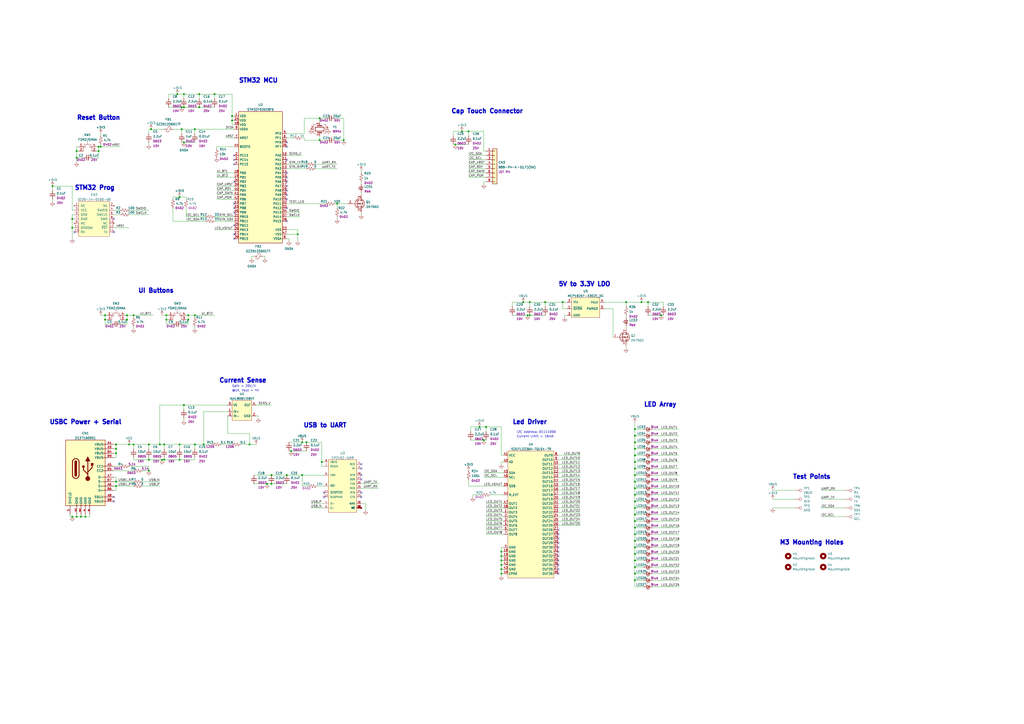
<source format=kicad_sch>
(kicad_sch (version 20211123) (generator eeschema)
  (paper "A2")
  (junction (at 368.3 267.97))
  (junction (at 195.58 118.11))
  (junction (at 44.45 91.44))
  (junction (at 307.34 182.88))
  (junction (at 368.3 332.74))
  (junction (at 67.31 257.81))
  (junction (at 368.3 336.55))
  (junction (at 368.3 309.88))
  (junction (at 290.83 330.2))
  (junction (at 73.66 185.42))
  (junction (at 104.14 114.3))
  (junction (at 86.36 273.05))
  (junction (at 67.31 260.35))
  (junction (at 172.72 135.89))
  (junction (at 157.48 275.59))
  (junction (at 290.83 320.04))
  (junction (at 57.15 87.63))
  (junction (at 41.91 299.72))
  (junction (at 109.22 182.88))
  (junction (at 109.22 185.42))
  (junction (at 185.42 68.58))
  (junction (at 60.96 182.88))
  (junction (at 41.91 127))
  (junction (at 280.67 255.27))
  (junction (at 290.83 322.58))
  (junction (at 105.41 74.93))
  (junction (at 281.94 247.65))
  (junction (at 290.83 332.74))
  (junction (at 96.52 182.88))
  (junction (at 177.8 256.54))
  (junction (at 316.23 175.26))
  (junction (at 44.45 299.72))
  (junction (at 118.11 257.81))
  (junction (at 134.62 67.31))
  (junction (at 264.16 83.82))
  (junction (at 67.31 281.94))
  (junction (at 278.13 247.65))
  (junction (at 86.36 257.81))
  (junction (at 46.99 299.72))
  (junction (at 95.25 266.7))
  (junction (at 368.3 287.02))
  (junction (at 368.3 290.83))
  (junction (at 306.07 182.88))
  (junction (at 124.46 54.61))
  (junction (at 115.57 62.23))
  (junction (at 368.3 260.35))
  (junction (at 105.41 62.23))
  (junction (at 368.3 279.4))
  (junction (at 113.03 182.88))
  (junction (at 375.92 175.26))
  (junction (at 134.62 69.85))
  (junction (at 73.66 182.88))
  (junction (at 368.3 271.78))
  (junction (at 106.68 54.61))
  (junction (at 368.3 283.21))
  (junction (at 115.57 54.61))
  (junction (at 104.14 257.81))
  (junction (at 102.87 54.61))
  (junction (at 175.26 256.54))
  (junction (at 368.3 256.54))
  (junction (at 44.45 87.63))
  (junction (at 74.93 257.81))
  (junction (at 368.3 294.64))
  (junction (at 368.3 298.45))
  (junction (at 168.91 261.62))
  (junction (at 106.68 62.23))
  (junction (at 368.3 317.5))
  (junction (at 186.69 267.97))
  (junction (at 93.98 266.7))
  (junction (at 363.22 175.26))
  (junction (at 267.97 76.2))
  (junction (at 87.63 74.93))
  (junction (at 30.48 107.95))
  (junction (at 383.54 182.88))
  (junction (at 368.3 264.16))
  (junction (at 368.3 302.26))
  (junction (at 368.3 321.31))
  (junction (at 175.26 275.59))
  (junction (at 77.47 257.81))
  (junction (at 67.31 262.89))
  (junction (at 368.3 275.59))
  (junction (at 60.96 185.42))
  (junction (at 57.15 85.09))
  (junction (at 67.31 279.4))
  (junction (at 58.42 85.09))
  (junction (at 41.91 132.08))
  (junction (at 199.39 81.28))
  (junction (at 290.83 327.66))
  (junction (at 326.39 175.26))
  (junction (at 106.68 82.55))
  (junction (at 372.11 175.26))
  (junction (at 368.3 325.12))
  (junction (at 185.42 81.28))
  (junction (at 290.83 325.12))
  (junction (at 106.68 234.95))
  (junction (at 113.03 74.93))
  (junction (at 77.47 182.88))
  (junction (at 307.34 175.26))
  (junction (at 95.25 257.81))
  (junction (at 271.78 76.2))
  (junction (at 368.3 313.69))
  (junction (at 96.52 185.42))
  (junction (at 368.3 252.73))
  (junction (at 368.3 328.93))
  (junction (at 86.36 266.7))
  (junction (at 157.48 280.67))
  (junction (at 368.3 248.92))
  (junction (at 368.3 306.07))
  (junction (at 166.37 275.59))
  (junction (at 303.53 175.26))
  (junction (at 154.94 280.67))
  (junction (at 104.14 266.7))
  (junction (at 49.53 299.72))
  (junction (at 92.71 257.81))
  (junction (at 144.78 257.81))
  (junction (at 113.03 257.81))
  (no_connect (at 323.85 325.12))
  (no_connect (at 323.85 314.96))
  (no_connect (at 209.55 285.75))
  (no_connect (at 187.96 285.75))
  (no_connect (at 323.85 327.66))
  (no_connect (at 135.89 123.19))
  (no_connect (at 323.85 317.5))
  (no_connect (at 135.89 92.71))
  (no_connect (at 323.85 312.42))
  (no_connect (at 166.37 110.49))
  (no_connect (at 66.04 290.83))
  (no_connect (at 209.55 275.59))
  (no_connect (at 209.55 271.78))
  (no_connect (at 135.89 90.17))
  (no_connect (at 166.37 107.95))
  (no_connect (at 66.04 134.62))
  (no_connect (at 166.37 120.65))
  (no_connect (at 166.37 128.27))
  (no_connect (at 209.55 278.13))
  (no_connect (at 135.89 105.41))
  (no_connect (at 166.37 82.55))
  (no_connect (at 323.85 322.58))
  (no_connect (at 135.89 95.25))
  (no_connect (at 135.89 120.65))
  (no_connect (at 166.37 115.57))
  (no_connect (at 135.89 118.11))
  (no_connect (at 323.85 307.34))
  (no_connect (at 166.37 92.71))
  (no_connect (at 135.89 130.81))
  (no_connect (at 135.89 138.43))
  (no_connect (at 166.37 102.87))
  (no_connect (at 66.04 127))
  (no_connect (at 166.37 85.09))
  (no_connect (at 166.37 113.03))
  (no_connect (at 166.37 100.33))
  (no_connect (at 187.96 288.29))
  (no_connect (at 43.18 134.62))
  (no_connect (at 135.89 135.89))
  (no_connect (at 323.85 330.2))
  (no_connect (at 209.55 269.24))
  (no_connect (at 323.85 332.74))
  (no_connect (at 166.37 105.41))
  (no_connect (at 323.85 320.04))
  (no_connect (at 66.04 288.29))
  (no_connect (at 209.55 288.29))
  (no_connect (at 323.85 309.88))
  (wire (pts (xy 109.22 187.96) (xy 109.22 185.42)))
  (wire (pts (xy 281.94 247.65) (xy 281.94 250.19)))
  (wire (pts (xy 368.3 248.92) (xy 368.3 252.73)))
  (wire (pts (xy 67.31 281.94) (xy 77.47 281.94)))
  (wire (pts (xy 107.95 114.3) (xy 107.95 115.57)))
  (wire (pts (xy 77.47 266.7) (xy 86.36 266.7)))
  (wire (pts (xy 271.78 95.25) (xy 281.94 95.25)))
  (wire (pts (xy 368.3 260.35) (xy 373.38 260.35)))
  (wire (pts (xy 323.85 266.7) (xy 336.55 266.7)))
  (wire (pts (xy 154.94 280.67) (xy 157.48 280.67)))
  (wire (pts (xy 323.85 276.86) (xy 336.55 276.86)))
  (wire (pts (xy 73.66 187.96) (xy 73.66 185.42)))
  (wire (pts (xy 350.52 175.26) (xy 363.22 175.26)))
  (wire (pts (xy 378.46 283.21) (xy 393.7 283.21)))
  (wire (pts (xy 67.31 257.81) (xy 67.31 260.35)))
  (wire (pts (xy 166.37 138.43) (xy 167.64 138.43)))
  (wire (pts (xy 128.27 257.81) (xy 134.62 257.81)))
  (wire (pts (xy 363.22 200.66) (xy 363.22 201.93)))
  (wire (pts (xy 290.83 327.66) (xy 292.1 327.66)))
  (wire (pts (xy 209.55 111.76) (xy 209.55 113.03)))
  (wire (pts (xy 176.53 77.47) (xy 166.37 77.47)))
  (wire (pts (xy 323.85 264.16) (xy 336.55 264.16)))
  (wire (pts (xy 368.3 328.93) (xy 368.3 332.74)))
  (wire (pts (xy 194.31 68.58) (xy 199.39 68.58)))
  (wire (pts (xy 375.92 175.26) (xy 384.81 175.26)))
  (wire (pts (xy 180.34 294.64) (xy 187.96 294.64)))
  (wire (pts (xy 109.22 182.88) (xy 113.03 182.88)))
  (wire (pts (xy 323.85 269.24) (xy 336.55 269.24)))
  (wire (pts (xy 52.07 299.72) (xy 52.07 298.45)))
  (wire (pts (xy 49.53 298.45) (xy 49.53 299.72)))
  (wire (pts (xy 368.3 309.88) (xy 368.3 313.69)))
  (wire (pts (xy 368.3 245.11) (xy 368.3 248.92)))
  (wire (pts (xy 74.93 121.92) (xy 86.36 121.92)))
  (wire (pts (xy 271.78 102.87) (xy 281.94 102.87)))
  (wire (pts (xy 448.31 294.64) (xy 461.01 294.64)))
  (wire (pts (xy 67.31 262.89) (xy 67.31 265.43)))
  (wire (pts (xy 262.89 76.2) (xy 267.97 76.2)))
  (wire (pts (xy 323.85 271.78) (xy 336.55 271.78)))
  (wire (pts (xy 186.69 256.54) (xy 186.69 267.97)))
  (wire (pts (xy 368.3 256.54) (xy 368.3 260.35)))
  (wire (pts (xy 176.53 68.58) (xy 176.53 77.47)))
  (wire (pts (xy 368.3 264.16) (xy 373.38 264.16)))
  (wire (pts (xy 378.46 309.88) (xy 393.7 309.88)))
  (wire (pts (xy 157.48 280.67) (xy 166.37 280.67)))
  (wire (pts (xy 281.94 299.72) (xy 292.1 299.72)))
  (wire (pts (xy 125.73 115.57) (xy 135.89 115.57)))
  (wire (pts (xy 180.34 292.1) (xy 187.96 292.1)))
  (wire (pts (xy 30.48 107.95) (xy 30.48 110.49)))
  (wire (pts (xy 448.31 284.48) (xy 461.01 284.48)))
  (wire (pts (xy 125.73 110.49) (xy 135.89 110.49)))
  (wire (pts (xy 281.94 302.26) (xy 292.1 302.26)))
  (wire (pts (xy 271.78 76.2) (xy 271.78 78.74)))
  (wire (pts (xy 104.14 265.43) (xy 104.14 266.7)))
  (wire (pts (xy 273.05 247.65) (xy 278.13 247.65)))
  (wire (pts (xy 199.39 68.58) (xy 199.39 81.28)))
  (wire (pts (xy 86.36 257.81) (xy 86.36 260.35)))
  (wire (pts (xy 130.81 80.01) (xy 135.89 80.01)))
  (wire (pts (xy 82.55 281.94) (xy 92.71 281.94)))
  (wire (pts (xy 66.04 265.43) (xy 67.31 265.43)))
  (wire (pts (xy 307.34 175.26) (xy 316.23 175.26)))
  (wire (pts (xy 105.41 74.93) (xy 105.41 77.47)))
  (wire (pts (xy 115.57 62.23) (xy 124.46 62.23)))
  (wire (pts (xy 113.03 182.88) (xy 124.46 182.88)))
  (wire (pts (xy 66.04 260.35) (xy 67.31 260.35)))
  (wire (pts (xy 378.46 279.4) (xy 393.7 279.4)))
  (wire (pts (xy 281.94 247.65) (xy 290.83 247.65)))
  (wire (pts (xy 175.26 281.94) (xy 175.26 275.59)))
  (wire (pts (xy 323.85 297.18) (xy 336.55 297.18)))
  (wire (pts (xy 118.11 238.76) (xy 132.08 238.76)))
  (wire (pts (xy 368.3 264.16) (xy 368.3 267.97)))
  (wire (pts (xy 363.22 175.26) (xy 372.11 175.26)))
  (wire (pts (xy 92.71 257.81) (xy 92.71 234.95)))
  (wire (pts (xy 97.79 62.23) (xy 105.41 62.23)))
  (wire (pts (xy 149.86 241.3) (xy 149.86 242.57)))
  (wire (pts (xy 157.48 275.59) (xy 166.37 275.59)))
  (wire (pts (xy 378.46 328.93) (xy 393.7 328.93)))
  (wire (pts (xy 184.15 281.94) (xy 187.96 281.94)))
  (wire (pts (xy 271.78 100.33) (xy 281.94 100.33)))
  (wire (pts (xy 124.46 125.73) (xy 135.89 125.73)))
  (wire (pts (xy 66.04 257.81) (xy 67.31 257.81)))
  (wire (pts (xy 378.46 248.92) (xy 393.7 248.92)))
  (wire (pts (xy 92.71 257.81) (xy 95.25 257.81)))
  (wire (pts (xy 281.94 297.18) (xy 292.1 297.18)))
  (wire (pts (xy 303.53 175.26) (xy 307.34 175.26)))
  (wire (pts (xy 368.3 248.92) (xy 373.38 248.92)))
  (wire (pts (xy 290.83 327.66) (xy 290.83 330.2)))
  (wire (pts (xy 67.31 257.81) (xy 74.93 257.81)))
  (wire (pts (xy 93.98 182.88) (xy 96.52 182.88)))
  (wire (pts (xy 41.91 132.08) (xy 43.18 132.08)))
  (wire (pts (xy 95.25 265.43) (xy 95.25 266.7)))
  (wire (pts (xy 209.55 283.21) (xy 219.71 283.21)))
  (wire (pts (xy 378.46 325.12) (xy 393.7 325.12)))
  (wire (pts (xy 106.68 234.95) (xy 106.68 237.49)))
  (wire (pts (xy 166.37 97.79) (xy 177.8 97.79)))
  (wire (pts (xy 368.3 287.02) (xy 373.38 287.02)))
  (wire (pts (xy 378.46 260.35) (xy 393.7 260.35)))
  (wire (pts (xy 40.64 298.45) (xy 40.64 299.72)))
  (wire (pts (xy 368.3 317.5) (xy 368.3 321.31)))
  (wire (pts (xy 77.47 257.81) (xy 77.47 260.35)))
  (wire (pts (xy 280.67 105.41) (xy 281.94 105.41)))
  (wire (pts (xy 96.52 187.96) (xy 100.33 187.96)))
  (wire (pts (xy 41.91 127) (xy 43.18 127)))
  (wire (pts (xy 378.46 264.16) (xy 393.7 264.16)))
  (wire (pts (xy 368.3 313.69) (xy 373.38 313.69)))
  (wire (pts (xy 323.85 274.32) (xy 336.55 274.32)))
  (wire (pts (xy 86.36 265.43) (xy 86.36 266.7)))
  (wire (pts (xy 105.41 74.93) (xy 113.03 74.93)))
  (wire (pts (xy 307.34 175.26) (xy 307.34 177.8)))
  (wire (pts (xy 290.83 330.2) (xy 290.83 332.74)))
  (wire (pts (xy 104.14 257.81) (xy 113.03 257.81)))
  (wire (pts (xy 290.83 325.12) (xy 292.1 325.12)))
  (wire (pts (xy 106.68 82.55) (xy 113.03 82.55)))
  (wire (pts (xy 368.3 275.59) (xy 373.38 275.59)))
  (wire (pts (xy 113.03 182.88) (xy 113.03 184.15)))
  (wire (pts (xy 74.93 270.51) (xy 86.36 270.51)))
  (wire (pts (xy 185.42 68.58) (xy 176.53 68.58)))
  (wire (pts (xy 96.52 182.88) (xy 97.79 182.88)))
  (wire (pts (xy 113.03 257.81) (xy 118.11 257.81)))
  (wire (pts (xy 290.83 269.24) (xy 290.83 267.97)))
  (wire (pts (xy 290.83 332.74) (xy 292.1 332.74)))
  (wire (pts (xy 109.22 182.88) (xy 109.22 185.42)))
  (wire (pts (xy 209.55 280.67) (xy 219.71 280.67)))
  (wire (pts (xy 267.97 76.2) (xy 271.78 76.2)))
  (wire (pts (xy 86.36 74.93) (xy 87.63 74.93)))
  (wire (pts (xy 144.78 257.81) (xy 144.78 251.46)))
  (wire (pts (xy 290.83 325.12) (xy 290.83 327.66)))
  (wire (pts (xy 297.18 182.88) (xy 306.07 182.88)))
  (wire (pts (xy 82.55 273.05) (xy 86.36 273.05)))
  (wire (pts (xy 113.03 266.7) (xy 113.03 265.43)))
  (wire (pts (xy 148.59 241.3) (xy 149.86 241.3)))
  (wire (pts (xy 44.45 87.63) (xy 44.45 85.09)))
  (wire (pts (xy 185.42 68.58) (xy 185.42 71.12)))
  (wire (pts (xy 368.3 283.21) (xy 368.3 287.02)))
  (wire (pts (xy 107.95 185.42) (xy 109.22 185.42)))
  (wire (pts (xy 97.79 54.61) (xy 102.87 54.61)))
  (wire (pts (xy 327.66 182.88) (xy 328.93 182.88)))
  (wire (pts (xy 372.11 175.26) (xy 375.92 175.26)))
  (wire (pts (xy 378.46 252.73) (xy 393.7 252.73)))
  (wire (pts (xy 368.3 302.26) (xy 373.38 302.26)))
  (wire (pts (xy 262.89 83.82) (xy 264.16 83.82)))
  (wire (pts (xy 363.22 182.88) (xy 363.22 184.15)))
  (wire (pts (xy 44.45 91.44) (xy 48.26 91.44)))
  (wire (pts (xy 107.95 182.88) (xy 109.22 182.88)))
  (wire (pts (xy 92.71 234.95) (xy 106.68 234.95)))
  (wire (pts (xy 177.8 256.54) (xy 186.69 256.54)))
  (wire (pts (xy 107.95 120.65) (xy 107.95 125.73)))
  (wire (pts (xy 113.03 74.93) (xy 135.89 74.93)))
  (wire (pts (xy 96.52 185.42) (xy 97.79 185.42)))
  (wire (pts (xy 44.45 85.09) (xy 45.72 85.09)))
  (wire (pts (xy 86.36 270.51) (xy 86.36 273.05)))
  (wire (pts (xy 77.47 182.88) (xy 77.47 184.15)))
  (wire (pts (xy 125.73 107.95) (xy 135.89 107.95)))
  (wire (pts (xy 280.67 255.27) (xy 281.94 255.27)))
  (wire (pts (xy 125.73 100.33) (xy 135.89 100.33)))
  (wire (pts (xy 106.68 242.57) (xy 106.68 243.84)))
  (wire (pts (xy 44.45 298.45) (xy 44.45 299.72)))
  (wire (pts (xy 97.79 57.15) (xy 97.79 54.61)))
  (wire (pts (xy 378.46 290.83) (xy 393.7 290.83)))
  (wire (pts (xy 77.47 182.88) (xy 88.9 182.88)))
  (wire (pts (xy 273.05 250.19) (xy 273.05 247.65)))
  (wire (pts (xy 86.36 82.55) (xy 86.36 83.82)))
  (wire (pts (xy 290.83 322.58) (xy 290.83 325.12)))
  (wire (pts (xy 368.3 271.78) (xy 373.38 271.78)))
  (wire (pts (xy 104.14 257.81) (xy 104.14 260.35)))
  (wire (pts (xy 368.3 256.54) (xy 373.38 256.54)))
  (wire (pts (xy 368.3 298.45) (xy 373.38 298.45)))
  (wire (pts (xy 125.73 113.03) (xy 135.89 113.03)))
  (wire (pts (xy 290.83 317.5) (xy 290.83 320.04)))
  (wire (pts (xy 378.46 317.5) (xy 393.7 317.5)))
  (wire (pts (xy 96.52 185.42) (xy 96.52 182.88)))
  (wire (pts (xy 175.26 80.01) (xy 176.53 80.01)))
  (wire (pts (xy 368.3 332.74) (xy 368.3 336.55)))
  (wire (pts (xy 368.3 298.45) (xy 368.3 302.26)))
  (wire (pts (xy 290.83 247.65) (xy 290.83 264.16)))
  (wire (pts (xy 326.39 175.26) (xy 328.93 175.26)))
  (wire (pts (xy 323.85 299.72) (xy 336.55 299.72)))
  (wire (pts (xy 378.46 287.02) (xy 393.7 287.02)))
  (wire (pts (xy 49.53 299.72) (xy 52.07 299.72)))
  (wire (pts (xy 368.3 279.4) (xy 368.3 283.21)))
  (wire (pts (xy 106.68 234.95) (xy 132.08 234.95)))
  (wire (pts (xy 66.04 276.86) (xy 67.31 276.86)))
  (wire (pts (xy 306.07 182.88) (xy 307.34 182.88)))
  (wire (pts (xy 43.18 124.46) (xy 41.91 124.46)))
  (wire (pts (xy 30.48 107.95) (xy 41.91 107.95)))
  (wire (pts (xy 55.88 85.09) (xy 57.15 85.09)))
  (wire (pts (xy 328.93 179.07) (xy 326.39 179.07)))
  (wire (pts (xy 368.3 325.12) (xy 373.38 325.12)))
  (wire (pts (xy 93.98 266.7) (xy 95.25 266.7)))
  (wire (pts (xy 274.32 287.02) (xy 279.4 287.02)))
  (wire (pts (xy 297.18 175.26) (xy 303.53 175.26)))
  (wire (pts (xy 115.57 54.61) (xy 124.46 54.61)))
  (wire (pts (xy 476.25 289.56) (xy 490.22 289.56)))
  (wire (pts (xy 186.69 267.97) (xy 187.96 267.97)))
  (wire (pts (xy 134.62 69.85) (xy 134.62 72.39)))
  (wire (pts (xy 368.3 328.93) (xy 373.38 328.93)))
  (wire (pts (xy 368.3 294.64) (xy 368.3 298.45)))
  (wire (pts (xy 113.03 257.81) (xy 113.03 260.35)))
  (wire (pts (xy 74.93 124.46) (xy 86.36 124.46)))
  (wire (pts (xy 368.3 302.26) (xy 368.3 306.07)))
  (wire (pts (xy 375.92 182.88) (xy 383.54 182.88)))
  (wire (pts (xy 368.3 317.5) (xy 373.38 317.5)))
  (wire (pts (xy 58.42 182.88) (xy 60.96 182.88)))
  (wire (pts (xy 166.37 135.89) (xy 172.72 135.89)))
  (wire (pts (xy 273.05 255.27) (xy 280.67 255.27)))
  (wire (pts (xy 44.45 87.63) (xy 44.45 91.44)))
  (wire (pts (xy 105.41 82.55) (xy 106.68 82.55)))
  (wire (pts (xy 212.09 292.1) (xy 212.09 295.91)))
  (wire (pts (xy 106.68 62.23) (xy 115.57 62.23)))
  (wire (pts (xy 323.85 284.48) (xy 336.55 284.48)))
  (wire (pts (xy 278.13 247.65) (xy 281.94 247.65)))
  (wire (pts (xy 368.3 306.07) (xy 368.3 309.88)))
  (wire (pts (xy 67.31 276.86) (xy 67.31 279.4)))
  (wire (pts (xy 166.37 123.19) (xy 173.99 123.19)))
  (wire (pts (xy 280.67 87.63) (xy 281.94 87.63)))
  (wire (pts (xy 118.11 257.81) (xy 123.19 257.81)))
  (wire (pts (xy 378.46 332.74) (xy 393.7 332.74)))
  (wire (pts (xy 186.69 267.97) (xy 186.69 270.51)))
  (wire (pts (xy 66.04 124.46) (xy 69.85 124.46)))
  (wire (pts (xy 368.3 279.4) (xy 373.38 279.4)))
  (wire (pts (xy 179.07 281.94) (xy 175.26 281.94)))
  (wire (pts (xy 166.37 275.59) (xy 175.26 275.59)))
  (wire (pts (xy 271.78 281.94) (xy 292.1 281.94)))
  (wire (pts (xy 67.31 281.94) (xy 67.31 284.48)))
  (wire (pts (xy 323.85 287.02) (xy 336.55 287.02)))
  (wire (pts (xy 77.47 265.43) (xy 77.47 266.7)))
  (wire (pts (xy 73.66 182.88) (xy 73.66 185.42)))
  (wire (pts (xy 368.3 336.55) (xy 373.38 336.55)))
  (wire (pts (xy 281.94 307.34) (xy 292.1 307.34)))
  (wire (pts (xy 107.95 125.73) (xy 119.38 125.73)))
  (wire (pts (xy 66.04 273.05) (xy 77.47 273.05)))
  (wire (pts (xy 194.31 81.28) (xy 199.39 81.28)))
  (wire (pts (xy 41.91 132.08) (xy 41.91 138.43)))
  (wire (pts (xy 378.46 306.07) (xy 393.7 306.07)))
  (wire (pts (xy 368.3 275.59) (xy 368.3 279.4)))
  (wire (pts (xy 280.67 274.32) (xy 292.1 274.32)))
  (wire (pts (xy 66.04 132.08) (xy 74.93 132.08)))
  (wire (pts (xy 182.88 97.79) (xy 195.58 97.79)))
  (wire (pts (xy 368.3 267.97) (xy 368.3 271.78)))
  (wire (pts (xy 209.55 292.1) (xy 212.09 292.1)))
  (wire (pts (xy 185.42 68.58) (xy 189.23 68.58)))
  (wire (pts (xy 323.85 292.1) (xy 336.55 292.1)))
  (wire (pts (xy 476.25 294.64) (xy 490.22 294.64)))
  (wire (pts (xy 378.46 298.45) (xy 393.7 298.45)))
  (wire (pts (xy 363.22 175.26) (xy 363.22 177.8)))
  (wire (pts (xy 378.46 313.69) (xy 393.7 313.69)))
  (wire (pts (xy 290.83 322.58) (xy 292.1 322.58)))
  (wire (pts (xy 44.45 299.72) (xy 46.99 299.72)))
  (wire (pts (xy 378.46 294.64) (xy 393.7 294.64)))
  (wire (pts (xy 368.3 290.83) (xy 373.38 290.83)))
  (wire (pts (xy 290.83 332.74) (xy 290.83 334.01)))
  (wire (pts (xy 77.47 257.81) (xy 86.36 257.81)))
  (wire (pts (xy 281.94 292.1) (xy 292.1 292.1)))
  (wire (pts (xy 58.42 83.82) (xy 58.42 85.09)))
  (wire (pts (xy 134.62 67.31) (xy 134.62 69.85)))
  (wire (pts (xy 66.04 121.92) (xy 69.85 121.92)))
  (wire (pts (xy 368.3 260.35) (xy 368.3 264.16)))
  (wire (pts (xy 378.46 321.31) (xy 393.7 321.31)))
  (wire (pts (xy 41.91 299.72) (xy 44.45 299.72)))
  (wire (pts (xy 166.37 80.01) (xy 170.18 80.01)))
  (wire (pts (xy 368.3 321.31) (xy 373.38 321.31)))
  (wire (pts (xy 87.63 74.93) (xy 95.25 74.93)))
  (wire (pts (xy 185.42 81.28) (xy 189.23 81.28)))
  (wire (pts (xy 368.3 287.02) (xy 368.3 290.83)))
  (wire (pts (xy 72.39 185.42) (xy 73.66 185.42)))
  (wire (pts (xy 323.85 281.94) (xy 336.55 281.94)))
  (wire (pts (xy 384.81 175.26) (xy 384.81 177.8)))
  (wire (pts (xy 368.3 340.36) (xy 373.38 340.36)))
  (wire (pts (xy 153.67 148.59) (xy 153.67 149.86)))
  (wire (pts (xy 86.36 266.7) (xy 93.98 266.7)))
  (wire (pts (xy 144.78 251.46) (xy 132.08 251.46)))
  (wire (pts (xy 67.31 279.4) (xy 77.47 279.4)))
  (wire (pts (xy 60.96 185.42) (xy 60.96 182.88)))
  (wire (pts (xy 271.78 97.79) (xy 281.94 97.79)))
  (wire (pts (xy 30.48 115.57) (xy 30.48 116.84)))
  (wire (pts (xy 69.85 187.96) (xy 73.66 187.96)))
  (wire (pts (xy 378.46 271.78) (xy 393.7 271.78)))
  (wire (pts (xy 125.73 102.87) (xy 135.89 102.87)))
  (wire (pts (xy 60.96 182.88) (xy 62.23 182.88)))
  (wire (pts (xy 195.58 125.73) (xy 195.58 127)))
  (wire (pts (xy 383.54 182.88) (xy 384.81 182.88)))
  (wire (pts (xy 86.36 257.81) (xy 92.71 257.81)))
  (wire (pts (xy 290.83 330.2) (xy 292.1 330.2)))
  (wire (pts (xy 271.78 90.17) (xy 281.94 90.17)))
  (wire (pts (xy 124.46 128.27) (xy 135.89 128.27)))
  (wire (pts (xy 41.91 124.46) (xy 41.91 127)))
  (wire (pts (xy 134.62 54.61) (xy 134.62 67.31)))
  (wire (pts (xy 148.59 234.95) (xy 157.48 234.95)))
  (wire (pts (xy 167.64 261.62) (xy 168.91 261.62)))
  (wire (pts (xy 209.55 99.06) (xy 209.55 100.33)))
  (wire (pts (xy 40.64 299.72) (xy 41.91 299.72)))
  (wire (pts (xy 280.67 106.68) (xy 280.67 105.41)))
  (wire (pts (xy 134.62 69.85) (xy 135.89 69.85)))
  (wire (pts (xy 100.33 114.3) (xy 104.14 114.3)))
  (wire (pts (xy 264.16 83.82) (xy 271.78 83.82)))
  (wire (pts (xy 368.3 290.83) (xy 368.3 294.64)))
  (wire (pts (xy 152.4 148.59) (xy 153.67 148.59)))
  (wire (pts (xy 195.58 120.65) (xy 195.58 118.11)))
  (wire (pts (xy 281.94 309.88) (xy 292.1 309.88)))
  (wire (pts (xy 146.05 149.86) (xy 146.05 148.59)))
  (wire (pts (xy 95.25 266.7) (xy 104.14 266.7)))
  (wire (pts (xy 290.83 267.97) (xy 292.1 267.97)))
  (wire (pts (xy 378.46 340.36) (xy 393.7 340.36)))
  (wire (pts (xy 373.38 309.88) (xy 368.3 309.88)))
  (wire (pts (xy 172.72 133.35) (xy 172.72 135.89)))
  (wire (pts (xy 82.55 279.4) (xy 92.71 279.4)))
  (wire (pts (xy 378.46 256.54) (xy 393.7 256.54)))
  (wire (pts (xy 146.05 148.59) (xy 147.32 148.59)))
  (wire (pts (xy 113.03 189.23) (xy 113.03 190.5)))
  (wire (pts (xy 182.88 95.25) (xy 195.58 95.25)))
  (wire (pts (xy 290.83 320.04) (xy 290.83 322.58)))
  (wire (pts (xy 100.33 74.93) (xy 105.41 74.93)))
  (wire (pts (xy 134.62 72.39) (xy 135.89 72.39)))
  (wire (pts (xy 323.85 302.26) (xy 336.55 302.26)))
  (wire (pts (xy 292.1 317.5) (xy 290.83 317.5)))
  (wire (pts (xy 44.45 87.63) (xy 45.72 87.63)))
  (wire (pts (xy 166.37 95.25) (xy 177.8 95.25)))
  (wire (pts (xy 368.3 294.64) (xy 373.38 294.64)))
  (wire (pts (xy 57.15 91.44) (xy 57.15 87.63)))
  (wire (pts (xy 368.3 306.07) (xy 373.38 306.07)))
  (wire (pts (xy 271.78 76.2) (xy 280.67 76.2)))
  (wire (pts (xy 144.78 257.81) (xy 148.59 257.81)))
  (wire (pts (xy 104.14 266.7) (xy 113.03 266.7)))
  (wire (pts (xy 195.58 118.11) (xy 194.31 118.11)))
  (wire (pts (xy 297.18 177.8) (xy 297.18 175.26)))
  (wire (pts (xy 124.46 54.61) (xy 134.62 54.61)))
  (wire (pts (xy 96.52 185.42) (xy 96.52 187.96)))
  (wire (pts (xy 363.22 189.23) (xy 363.22 190.5)))
  (wire (pts (xy 290.83 320.04) (xy 292.1 320.04)))
  (wire (pts (xy 368.3 325.12) (xy 368.3 328.93)))
  (wire (pts (xy 323.85 279.4) (xy 336.55 279.4)))
  (wire (pts (xy 368.3 321.31) (xy 368.3 325.12)))
  (wire (pts (xy 280.67 276.86) (xy 292.1 276.86)))
  (wire (pts (xy 100.33 115.57) (xy 100.33 114.3)))
  (wire (pts (xy 166.37 125.73) (xy 173.99 125.73)))
  (wire (pts (xy 66.04 281.94) (xy 67.31 281.94)))
  (wire (pts (xy 209.55 105.41) (xy 209.55 106.68)))
  (wire (pts (xy 41.91 121.92) (xy 43.18 121.92)))
  (wire (pts (xy 326.39 179.07) (xy 326.39 175.26)))
  (wire (pts (xy 124.46 54.61) (xy 124.46 57.15)))
  (wire (pts (xy 185.42 78.74) (xy 185.42 81.28)))
  (wire (pts (xy 125.73 86.36) (xy 125.73 85.09)))
  (wire (pts (xy 262.89 78.74) (xy 262.89 76.2)))
  (wire (pts (xy 66.04 284.48) (xy 67.31 284.48)))
  (wire (pts (xy 60.96 185.42) (xy 62.23 185.42)))
  (wire (pts (xy 271.78 92.71) (xy 281.94 92.71)))
  (wire (pts (xy 53.34 91.44) (xy 57.15 91.44)))
  (wire (pts (xy 104.14 114.3) (xy 107.95 114.3)))
  (wire (pts (xy 290.83 264.16) (xy 292.1 264.16)))
  (wire (pts (xy 105.41 62.23) (xy 106.68 62.23)))
  (wire (pts (xy 281.94 304.8) (xy 292.1 304.8)))
  (wire (pts (xy 274.32 288.29) (xy 274.32 287.02)))
  (wire (pts (xy 316.23 175.26) (xy 326.39 175.26)))
  (wire (pts (xy 41.91 107.95) (xy 41.91 121.92)))
  (wire (pts (xy 323.85 294.64) (xy 336.55 294.64)))
  (wire (pts (xy 368.3 271.78) (xy 368.3 275.59)))
  (wire (pts (xy 58.42 85.09) (xy 69.85 85.09)))
  (wire (pts (xy 476.25 284.48) (xy 490.22 284.48)))
  (wire (pts (xy 100.33 120.65) (xy 100.33 128.27)))
  (wire (pts (xy 106.68 54.61) (xy 106.68 57.15)))
  (wire (pts (xy 209.55 123.19) (xy 209.55 124.46)))
  (wire (pts (xy 139.7 257.81) (xy 144.78 257.81)))
  (wire (pts (xy 368.3 267.97) (xy 373.38 267.97)))
  (wire (pts (xy 60.96 185.42) (xy 60.96 187.96)))
  (wire (pts (xy 378.46 267.97) (xy 393.7 267.97)))
  (wire (pts (xy 95.25 257.81) (xy 104.14 257.81)))
  (wire (pts (xy 166.37 118.11) (xy 189.23 118.11)))
  (wire (pts (xy 147.32 280.67) (xy 154.94 280.67)))
  (wire (pts (xy 378.46 336.55) (xy 393.7 336.55)))
  (wire (pts (xy 323.85 304.8) (xy 336.55 304.8)))
  (wire (pts (xy 57.15 85.09) (xy 58.42 85.09)))
  (wire (pts (xy 281.94 294.64) (xy 292.1 294.64)))
  (wire (pts (xy 271.78 278.13) (xy 271.78 281.94)))
  (wire (pts (xy 66.04 262.89) (xy 67.31 262.89)))
  (wire (pts (xy 73.66 182.88) (xy 77.47 182.88)))
  (wire (pts (xy 368.3 332.74) (xy 373.38 332.74)))
  (wire (pts (xy 134.62 67.31) (xy 135.89 67.31)))
  (wire (pts (xy 86.36 74.93) (xy 86.36 77.47)))
  (wire (pts (xy 57.15 85.09) (xy 57.15 87.63)))
  (wire (pts (xy 323.85 289.56) (xy 336.55 289.56)))
  (wire (pts (xy 74.93 257.81) (xy 77.47 257.81)))
  (wire (pts (xy 95.25 257.81) (xy 95.25 260.35)))
  (wire (pts (xy 66.04 279.4) (xy 67.31 279.4)))
  (wire (pts (xy 46.99 298.45) (xy 46.99 299.72)))
  (wire (pts (xy 60.96 187.96) (xy 64.77 187.96)))
  (wire (pts (xy 41.91 127) (xy 41.91 132.08)))
  (wire (pts (xy 46.99 299.72) (xy 49.53 299.72)))
  (wire (pts (xy 124.46 133.35) (xy 135.89 133.35)))
  (wire (pts (xy 368.3 336.55) (xy 368.3 340.36)))
  (wire (pts (xy 368.3 252.73) (xy 373.38 252.73)))
  (wire (pts (xy 66.04 270.51) (xy 69.85 270.51)))
  (wire (pts (xy 368.3 313.69) (xy 368.3 317.5)))
  (wire (pts (xy 176.53 81.28) (xy 185.42 81.28)))
  (wire (pts (xy 172.72 135.89) (xy 172.72 139.7)))
  (wire (pts (xy 186.69 270.51) (xy 187.96 270.51)))
  (wire (pts (xy 125.73 85.09) (xy 135.89 85.09)))
  (wire (pts (xy 280.67 76.2) (xy 280.67 87.63)))
  (wire (pts (xy 113.03 74.93) (xy 113.03 77.47)))
  (wire (pts (xy 102.87 54.61) (xy 106.68 54.61)))
  (wire (pts (xy 44.45 91.44) (xy 44.45 93.98)))
  (wire (pts (xy 476.25 299.72) (xy 490.22 299.72)))
  (wire (pts (xy 378.46 302.26) (xy 393.7 302.26)))
  (wire (pts (xy 307.34 182.88) (xy 316.23 182.88)))
  (wire (pts (xy 195.58 118.11) (xy 201.93 118.11)))
  (wire (pts (xy 132.08 251.46) (xy 132.08 241.3)))
  (wire (pts (xy 175.26 275.59) (xy 187.96 275.59)))
  (wire (pts (xy 72.39 182.88) (xy 73.66 182.88)))
  (wire (pts (xy 350.52 179.07) (xy 355.6 179.07)))
  (wire (pts (xy 368.3 252.73) (xy 368.3 256.54)))
  (wire (pts (xy 100.33 128.27) (xy 119.38 128.27)))
  (wire (pts (xy 55.88 87.63) (xy 57.15 87.63)))
  (wire (pts (xy 105.41 187.96) (xy 109.22 187.96)))
  (wire (pts (xy 67.31 260.35) (xy 67.31 262.89)))
  (wire (pts (xy 327.66 184.15) (xy 327.66 182.88)))
  (wire (pts (xy 284.48 287.02) (xy 292.1 287.02)))
  (wire (pts (xy 167.64 256.54) (xy 175.26 256.54)))
  (wire (pts (xy 77.47 189.23) (xy 77.47 190.5)))
  (wire (pts (xy 147.32 275.59) (xy 157.48 275.59)))
  (wire (pts (xy 175.26 256.54) (xy 177.8 256.54)))
  (wire (pts (xy 355.6 179.07) (xy 355.6 195.58)))
  (wire (pts (xy 166.37 133.35) (xy 172.72 133.35)))
  (wire (pts (xy 106.68 54.61) (xy 115.57 54.61)))
  (wire (pts (xy 378.46 275.59) (xy 393.7 275.59)))
  (wire (pts (xy 375.92 175.26) (xy 375.92 177.8)))
  (wire (pts (xy 118.11 238.76) (xy 118.11 257.81)))
  (wire (pts (xy 168.91 261.62) (xy 177.8 261.62)))
  (wire (pts (xy 316.23 177.8) (xy 316.23 175.26)))
  (wire (pts (xy 176.53 80.01) (xy 176.53 81.28)))
  (wire (pts (xy 58.42 77.47) (xy 58.42 78.74)))
  (wire (pts (xy 368.3 283.21) (xy 373.38 283.21)))
  (wire (pts (xy 167.64 138.43) (xy 167.64 139.7)))
  (wire (pts (xy 166.37 90.17) (xy 175.26 90.17)))
  (wire (pts (xy 115.57 54.61) (xy 115.57 57.15)))
  (wire (pts (xy 448.31 289.56) (xy 461.01 289.56)))
  (text "Reset Button" (at 44.45 69.85 0) (effects (font (size 2.54 2.54) (thickness 1.016) bold) (justify left bottom)))
  (text "STM32 MCU" (at 138.43 48.26 0) (effects (font (size 2.54 2.54) (thickness 1.016) bold) (justify left bottom)))
  (text "Current Sense" (at 127 222.25 0) (effects (font (size 2.54 2.54) (thickness 1.016) bold) (justify left bottom)))
  (text "UI Buttons" (at 80.01 170.18 0) (effects (font (size 2.54 2.54) (thickness 1.016) bold) (justify left bottom)))
  (text "Led Driver" (at 297.18 246.38 0) (effects (font (size 2.54 2.54) (thickness 1.016) bold) (justify left bottom)))
  (text "Gain = 20V/V" (at 134.62 224.79 0) (effects (font (size 1.27 1.27)) (justify left bottom)))
  (text "@1A, Vout = 4V" (at 134.62 227.33 0) (effects (font (size 1.27 1.27)) (justify left bottom)))
  (text "I2C Address: 01111000" (at 299.72 251.46 0) (effects (font (size 1.27 1.27)) (justify left bottom)))
  (text "5V to 3.3V LDO" (at 323.85 166.37 0) (effects (font (size 2.54 2.54) (thickness 1.016) bold) (justify left bottom)))
  (text "USB to UART" (at 175.895 248.285 0) (effects (font (size 2.54 2.54) (thickness 1.016) bold) (justify left bottom)))
  (text "Cap Touch Connector" (at 261.62 66.04 0) (effects (font (size 2.54 2.54) (thickness 1.016) bold) (justify left bottom)))
  (text "STM32 Prog" (at 43.18 110.49 0) (effects (font (size 2.54 2.54) (thickness 1.016) bold) (justify left bottom)))
  (text "LED Array" (at 373.38 236.22 0) (effects (font (size 2.54 2.54) (thickness 1.016) bold) (justify left bottom)))
  (text "Current Limit = 16mA" (at 299.72 254 0) (effects (font (size 1.27 1.27)) (justify left bottom)))
  (text "USBC Power + Serial" (at 28.575 246.38 0) (effects (font (size 2.54 2.54) (thickness 1.016) bold) (justify left bottom)))
  (text "Test Points" (at 459.74 278.13 0) (effects (font (size 2.54 2.54) (thickness 1.016) bold) (justify left bottom)))
  (text "M3 Mounting Holes" (at 452.12 316.23 0) (effects (font (size 2.54 2.54) (thickness 1.016) bold) (justify left bottom)))
  (label "UI_BT1" (at 81.28 182.88 0))
  (label "UI_BT2" (at 116.84 182.88 0))
  (label "nRST" (at 130.81 80.01 0))
  (label "STM_SCL" (at 127 125.73 0))
  (label "LED_OUT5" (at 281.94 302.26 0))
  (label "LED_OUT14" (at 336.55 276.86 180))
  (label "LED_OUT25" (at 383.54 340.36 0))
  (label "UART_RX" (at 210.82 283.21 0))
  (label "LED_OUT16" (at 383.54 306.07 0))
  (label "LED_OUT24" (at 336.55 302.26 180))
  (label "LED_OUT25" (at 336.55 304.8 180))
  (label "I2C_SDA" (at 280.67 274.32 0))
  (label "LED_OUT14" (at 383.54 298.45 0))
  (label "LED_OUT23" (at 336.55 299.72 180))
  (label "LED_OUT21" (at 383.54 325.12 0))
  (label "SWDIO" (at 167.64 123.19 0))
  (label "LED_OUT6" (at 383.54 267.97 0))
  (label "USB_N" (at 86.36 279.4 0))
  (label "USB1_N" (at 68.58 279.4 0))
  (label "CAP_nRST" (at 271.78 95.25 0))
  (label "LED_OUT9" (at 383.54 279.4 0))
  (label "LED_OUT24" (at 383.54 336.55 0))
  (label "CAP_RDY" (at 271.78 97.79 0))
  (label "STM_RX" (at 167.64 97.79 0))
  (label "USB_N" (at 180.34 294.64 0))
  (label "LED_OUT10" (at 383.54 283.21 0))
  (label "LED_OUT10" (at 336.55 266.7 180))
  (label "LED_OUT11" (at 383.54 287.02 0))
  (label "LED_OUT6" (at 281.94 304.8 0))
  (label "CAP_SWIN" (at 125.73 113.03 0))
  (label "STM_TX" (at 167.64 95.25 0))
  (label "LED_OUT5" (at 383.54 264.16 0))
  (label "LED_OUT8" (at 383.54 275.59 0))
  (label "LED_OUT12" (at 383.54 290.83 0))
  (label "SENS_V" (at 149.86 234.95 0))
  (label "LED_OUT4" (at 281.94 299.72 0))
  (label "USB_P" (at 180.34 292.1 0))
  (label "LED_OUT11" (at 336.55 269.24 180))
  (label "I2C_SCL" (at 107.95 125.73 0))
  (label "LED_OUT15" (at 383.54 302.26 0))
  (label "LED_OUT2" (at 383.54 252.73 0))
  (label "LED_nSHUT" (at 280.67 281.94 0))
  (label "LED_OUT13" (at 383.54 294.64 0))
  (label "LED_OUT7" (at 281.94 307.34 0))
  (label "3V3A" (at 130.81 74.93 0))
  (label "UART_RX" (at 186.69 95.25 0))
  (label "LED_OUT3" (at 383.54 256.54 0))
  (label "LED_OUT20" (at 336.55 292.1 180))
  (label "UI_BT1" (at 125.73 100.33 0))
  (label "SWCLK" (at 78.74 124.46 0))
  (label "LED_OUT2" (at 281.94 294.64 0))
  (label "UART_TX" (at 476.25 289.56 0))
  (label "I2C_SDA" (at 476.25 294.64 0))
  (label "UART_TX" (at 210.82 280.67 0))
  (label "SENS_V" (at 167.64 90.17 0))
  (label "CAP_SWIN" (at 271.78 100.33 0))
  (label "LED_OUT18" (at 336.55 287.02 180))
  (label "LED_OUT23" (at 383.54 332.74 0))
  (label "LED_nSHUT" (at 124.46 133.35 0))
  (label "STM_SDA" (at 127 128.27 0))
  (label "LED_OUT15" (at 336.55 279.4 180))
  (label "TEST_LED" (at 167.64 118.11 0))
  (label "CAP_PGM" (at 271.78 102.87 0))
  (label "LED_OUT17" (at 336.55 284.48 180))
  (label "LED_OUT19" (at 383.54 317.5 0))
  (label "LED_OUT1" (at 383.54 248.92 0))
  (label "LED_OUT1" (at 281.94 292.1 0))
  (label "USB1_P" (at 68.58 281.94 0))
  (label "LED_OUT22" (at 383.54 328.93 0))
  (label "LED_OUT4" (at 383.54 260.35 0))
  (label "LED_OUT20" (at 383.54 321.31 0))
  (label "I2C_SDA" (at 107.95 128.27 0))
  (label "LED_OUT19" (at 336.55 289.56 180))
  (label "USB_P" (at 86.36 281.94 0))
  (label "SWDIO" (at 78.74 121.92 0))
  (label "SWCLK" (at 167.64 125.73 0))
  (label "I2C_SCL" (at 280.67 276.86 0))
  (label "UART_RX" (at 476.25 284.48 0))
  (label "UI_BT2" (at 125.73 102.87 0))
  (label "LED_OUT17" (at 383.54 309.88 0))
  (label "LED_OUT12" (at 336.55 271.78 180))
  (label "I2C_SCL" (at 476.25 299.72 0))
  (label "LED_OUT22" (at 336.55 297.18 180))
  (label "CAP_PGM" (at 125.73 115.57 0))
  (label "UART_TX" (at 186.69 97.79 0))
  (label "nRST" (at 67.31 132.08 0))
  (label "I2C_SDA" (at 271.78 90.17 0))
  (label "LED_OUT16" (at 336.55 281.94 180))
  (label "nRST" (at 64.77 85.09 0))
  (label "I2C_SCL" (at 271.78 92.71 0))
  (label "LED_OUT18" (at 383.54 313.69 0))
  (label "LED_OUT7" (at 383.54 271.78 0))
  (label "LED_OUT3" (at 281.94 297.18 0))
  (label "LED_OUT9" (at 336.55 264.16 180))
  (label "LED_OUT21" (at 336.55 294.64 180))
  (label "CAP_nRST" (at 125.73 107.95 0))
  (label "CAP_RDY" (at 125.73 110.49 0))
  (label "LED_OUT13" (at 336.55 274.32 180))
  (label "LED_OUT8" (at 281.94 309.88 0))
  (symbol (lib_id "personal_capacitors:2.2uF") (at 307.34 180.34 0) (unit 1)
    (property "Reference" "C30" (at 309.6641 176.6627 0) (effects (justify left)))
    (property "Value" "2.2uF" (at 309.6641 179.4378 0) (effects (justify left)))
    (property "Footprint" "Capacitor_SMD:C_0603_1608Metric" (effects hide))
    (property "Manufacturer" "Samsung Electro-Mechanics" (effects hide))
    (property "Part Number" "1276-1085-1-ND" (effects hide))
    (property "Size" "0603" (at 309.6641 182.2129 0) (effects (justify left)))
    (property "Voltage" "10V" (at 309.6641 184.988 0) (effects (justify left)))
    (property "JLCPCB" "Yes" (effects hide))
    (property "JLC Number" "C23630" (effects hide))
  )
  (symbol (lib_id "personal:GND") (at 41.91 299.72 0) (unit 1)
    (property "Reference" "#PWR04" (effects hide))
    (property "Value" "GND" (effects hide))
  )
  (symbol (lib_id "personal:GND") (at 154.94 280.67 0) (unit 1)
    (property "Reference" "#PWR026" (effects hide))
    (property "Value" "GND" (effects hide))
  )
  (symbol (lib_id "personal_resistors:100") (at 72.39 121.92 90) (unit 1)
    (property "Reference" "R2" (at 68.58 120.65 90))
    (property "Value" "100" (at 76.2 120.65 90))
    (property "Footprint" "Resistor_SMD:R_0402_1005Metric" (effects hide))
    (property "Manufacturer" "Stackpole Electronics Inc" (effects hide))
    (property "Part Number" "RMCF0402FT100RCT-ND" (effects hide))
    (property "Size" "0402" (effects hide))
    (property "JLCPCB" "Yes" (effects hide))
    (property "JLC Number" "C25076" (effects hide))
  )
  (symbol (lib_id "personal_resistors:10k") (at 125.73 88.9 0) (unit 1)
    (property "Reference" "R14" (at 127.381 86.6039 0) (effects (justify left)))
    (property "Value" "10k" (at 127.381 89.379 0) (effects (justify left)))
    (property "Footprint" "Resistor_SMD:R_0402_1005Metric" (effects hide))
    (property "Manufacturer" "Stackpole Electronics Inc" (effects hide))
    (property "Part Number" "RMCF0402FT10K0CT-ND" (effects hide))
    (property "Size" "0402" (at 127.381 92.1541 0) (effects (justify left)))
  )
  (symbol (lib_id "personal_leds:19-213SUBC{slash}S400-A5{slash}S208-2{slash}TR8") (at 375.92 287.02 180) (unit 1)
    (property "Reference" "LED13" (at 372.11 285.75 0))
    (property "Value" "19-213SUBC/S400-A5/S208-2/TR8" (effects hide))
    (property "Footprint" "LED_SMD:LED_0603_1608Metric" (effects hide))
    (property "Manufacturer" "Everlight Electronics Co Ltd" (effects hide))
    (property "Part Number" "1080-1581-1-ND" (effects hide))
    (property "Color" "Blue" (at 379.73 285.75 0))
    (property "JLCPCB" "Yes" (effects hide))
    (property "JLC Number" "C72041" (effects hide))
  )
  (symbol (lib_id "personal_capacitors:2.2uF") (at 167.64 259.08 0) (unit 1)
    (property "Reference" "C21" (at 169.9641 255.4027 0) (effects (justify left)))
    (property "Value" "2.2uF" (at 169.9641 258.1778 0) (effects (justify left)))
    (property "Footprint" "Capacitor_SMD:C_0603_1608Metric" (effects hide))
    (property "Manufacturer" "Samsung Electro-Mechanics" (effects hide))
    (property "Part Number" "1276-1085-1-ND" (effects hide))
    (property "Size" "0603" (at 169.9641 260.9529 0) (effects (justify left)))
    (property "Voltage" "10V" (at 169.9641 263.728 0) (effects (justify left)))
    (property "JLCPCB" "Yes" (effects hide))
    (property "JLC Number" "C23630" (effects hide))
  )
  (symbol (lib_id "personal_resistors:1k") (at 363.22 180.34 0) (unit 1)
    (property "Reference" "R26" (at 364.871 178.0439 0) (effects (justify left)))
    (property "Value" "1k" (at 364.871 180.819 0) (effects (justify left)))
    (property "Footprint" "Resistor_SMD:R_0402_1005Metric" (effects hide))
    (property "Manufacturer" "Stackpole Electronics Inc" (effects hide))
    (property "Part Number" "RMCF0402FT1K00CT-ND" (effects hide))
    (property "Size" "0402" (at 364.871 183.5941 0) (effects (justify left)))
    (property "JLCPCB" "Yes" (effects hide))
    (property "JLC Number" "C11702" (effects hide))
  )
  (symbol (lib_id "personal:TestPoint") (at 461.01 284.48 270) (unit 1) (in_bom no)
    (property "Reference" "TP1" (at 466.09 283.2099 90) (effects (justify left)))
    (property "Value" "VBUS" (at 466.09 285.7499 90) (effects (justify left)))
    (property "Footprint" "personal:CurrentTestPoint" (effects hide))
  )
  (symbol (lib_id "power:VBUS") (at 148.59 257.81 0) (unit 1)
    (property "Reference" "#PWR023" (effects hide))
    (property "Value" "VBUS" (at 148.59 254.2055 0))
  )
  (symbol (lib_id "personal_capacitors:20pF") (at 191.77 68.58 90) (unit 1)
    (property "Reference" "C23" (at 189.23 67.31 90))
    (property "Value" "20pF" (at 195.58 67.31 90))
    (property "Footprint" "Capacitor_SMD:C_0402_1005Metric" (effects hide))
    (property "Manufacturer" "Samsung Electro-Mechanics" (effects hide))
    (property "Part Number" "1276-1661-1-ND" (effects hide))
    (property "Size" "0402" (at 187.96 69.85 90))
    (property "Voltage" "50V" (at 195.58 69.85 90))
    (property "JLCPCB" "Yes" (effects hide))
    (property "JLC Number" "C1554" (effects hide))
  )
  (symbol (lib_id "personal:GND") (at 44.45 93.98 0) (unit 1)
    (property "Reference" "#PWR05" (effects hide))
    (property "Value" "GND" (effects hide))
  )
  (symbol (lib_id "power:+3V3") (at 278.13 247.65 0) (unit 1)
    (property "Reference" "#PWR042" (effects hide))
    (property "Value" "+3V3" (at 278.13 244.0455 0))
  )
  (symbol (lib_id "Mechanical:MountingHole") (at 457.2 328.93 0) (unit 1) (in_bom no)
    (property "Reference" "H2" (at 459.74 327.6599 0) (effects (justify left)))
    (property "Value" "MountingHole" (at 459.74 330.1999 0) (effects (justify left)))
    (property "Footprint" "MountingHole:MountingHole_3.2mm_M3_ISO7380" (effects hide))
  )
  (symbol (lib_id "personal:GND") (at 264.16 83.82 0) (unit 1)
    (property "Reference" "#PWR038" (effects hide))
    (property "Value" "GND" (effects hide))
  )
  (symbol (lib_id "personal_resistors:100") (at 72.39 124.46 90) (unit 1)
    (property "Reference" "R3" (at 68.58 123.19 90))
    (property "Value" "100" (at 76.2 123.19 90))
    (property "Footprint" "Resistor_SMD:R_0402_1005Metric" (effects hide))
    (property "Manufacturer" "Stackpole Electronics Inc" (effects hide))
    (property "Part Number" "RMCF0402FT100RCT-ND" (effects hide))
    (property "Size" "0402" (effects hide))
    (property "JLCPCB" "Yes" (effects hide))
    (property "JLC Number" "C25076" (effects hide))
  )
  (symbol (lib_id "power:+3V3") (at 209.55 99.06 0) (unit 1)
    (property "Reference" "#PWR035" (effects hide))
    (property "Value" "+3V3" (at 209.55 95.4555 0))
  )
  (symbol (lib_id "personal_resistors:0") (at 180.34 95.25 90) (unit 1)
    (property "Reference" "R18" (at 176.53 93.98 90))
    (property "Value" "0" (at 182.88 93.98 90))
    (property "Footprint" "Resistor_SMD:R_0402_1005Metric" (effects hide))
    (property "Manufacturer" "Stackpole Electronics Inc" (effects hide))
    (property "Part Number" "RMCF0402ZT0R00CT-ND" (effects hide))
    (property "Size" "0402" (effects hide))
    (property "JLCPCB" "Yes" (effects hide))
    (property "JLC Number" "C17168" (effects hide))
  )
  (symbol (lib_id "personal_capacitors:0.1uF") (at 115.57 59.69 0) (unit 1)
    (property "Reference" "C16" (at 117.8941 56.0127 0) (effects (justify left)))
    (property "Value" "0.1uF" (at 117.8941 58.7878 0) (effects (justify left)))
    (property "Footprint" "Capacitor_SMD:C_0402_1005Metric" (effects hide))
    (property "Manufacturer" "Samsung Electro-Mechanics" (effects hide))
    (property "Part Number" "1276-1043-1-ND" (effects hide))
    (property "Size" "0402" (at 117.8941 61.5629 0) (effects (justify left)))
    (property "Voltage" "25V" (at 117.8941 64.338 0) (effects (justify left)))
    (property "JLCPCB" "Yes" (effects hide))
    (property "JLC Number" "C307331" (effects hide))
  )
  (symbol (lib_id "power:GND") (at 180.34 74.93 0) (unit 1)
    (property "Reference" "#PWR031" (effects hide))
    (property "Value" "GND" (effects hide))
  )
  (symbol (lib_id "personal:GND") (at 41.91 138.43 0) (unit 1)
    (property "Reference" "#PWR03" (effects hide))
    (property "Value" "GND" (effects hide))
  )
  (symbol (lib_id "personal:GND") (at 290.83 334.01 0) (unit 1)
    (property "Reference" "#PWR046" (effects hide))
    (property "Value" "GND" (effects hide))
  )
  (symbol (lib_id "personal:TestPoint") (at 490.22 289.56 270) (unit 1) (in_bom no)
    (property "Reference" "TP5" (at 495.3 288.2899 90) (effects (justify left)))
    (property "Value" "TX" (at 495.3 290.8299 90) (effects (justify left)))
    (property "Footprint" "personal:CurrentTestPoint" (effects hide))
  )
  (symbol (lib_id "personal_capacitors:1uF") (at 105.41 80.01 0) (unit 1)
    (property "Reference" "C11" (at 107.7341 76.3327 0) (effects (justify left)))
    (property "Value" "1uF" (at 107.7341 79.1078 0) (effects (justify left)))
    (property "Footprint" "Capacitor_SMD:C_0402_1005Metric" (effects hide))
    (property "Manufacturer" "Samsung Electro-Mechanics" (effects hide))
    (property "Part Number" "1276-1076-1-ND" (effects hide))
    (property "Size" "0402" (at 107.7341 81.8829 0) (effects (justify left)))
    (property "Voltage" "10V" (at 107.7341 84.658 0) (effects (justify left)))
    (property "JLCPCB" "Yes" (effects hide))
    (property "JLC Number" "C52923" (effects hide))
  )
  (symbol (lib_id "power:+3V3") (at 372.11 175.26 0) (unit 1)
    (property "Reference" "#PWR052" (effects hide))
    (property "Value" "+3V3" (at 372.11 171.6555 0))
  )
  (symbol (lib_id "personal_capacitors:10uF") (at 95.25 262.89 0) (unit 1)
    (property "Reference" "C7" (at 97.5741 259.2127 0) (effects (justify left)))
    (property "Value" "10uF" (at 97.5741 261.9878 0) (effects (justify left)))
    (property "Footprint" "Capacitor_SMD:C_0805_2012Metric" (effects hide))
    (property "Manufacturer" "Samsung Electro-Mechanics" (effects hide))
    (property "Part Number" "1276-2893-1-ND" (effects hide))
    (property "Size" "0805" (at 97.5741 264.7629 0) (effects (justify left)))
    (property "Voltage" "16V" (at 97.5741 267.538 0) (effects (justify left)))
    (property "JLCPCB" "Yes" (effects hide))
    (property "JLC Number" "C15850" (effects hide))
  )
  (symbol (lib_id "personal:TestPoint") (at 490.22 284.48 270) (unit 1) (in_bom no)
    (property "Reference" "TP4" (at 495.3 283.2099 90) (effects (justify left)))
    (property "Value" "RX" (at 495.3 285.7499 90) (effects (justify left)))
    (property "Footprint" "personal:CurrentTestPoint" (effects hide))
  )
  (symbol (lib_id "power:GNDA") (at 106.68 82.55 0) (unit 1)
    (property "Reference" "#PWR018" (effects hide))
    (property "Value" "GNDA" (at 106.68 87.1125 0))
  )
  (symbol (lib_id "personal_resistors:4.7k") (at 113.03 186.69 180) (unit 1)
    (property "Reference" "R11" (at 115.57 184.15 0))
    (property "Value" "4.7k" (at 116.84 186.69 0))
    (property "Footprint" "Resistor_SMD:R_0402_1005Metric" (effects hide))
    (property "Manufacturer" "Stackpole Electronics Inc" (effects hide))
    (property "Part Number" "RMCF0402FT4K70CT-ND" (effects hide))
    (property "Size" "0402" (at 116.84 189.23 0))
    (property "JLCPCB" "Yes" (effects hide))
    (property "JLC Number" "C25900" (effects hide))
  )
  (symbol (lib_id "power:+3V3") (at 448.31 289.56 0) (unit 1)
    (property "Reference" "#PWR055" (effects hide))
    (property "Value" "+3V3" (at 448.31 285.9555 0))
  )
  (symbol (lib_id "personal_leds:19-213SUBC{slash}S400-A5{slash}S208-2{slash}TR8") (at 375.92 264.16 180) (unit 1)
    (property "Reference" "LED7" (at 372.11 262.89 0))
    (property "Value" "19-213SUBC/S400-A5/S208-2/TR8" (effects hide))
    (property "Footprint" "LED_SMD:LED_0603_1608Metric" (effects hide))
    (property "Manufacturer" "Everlight Electronics Co Ltd" (effects hide))
    (property "Part Number" "1080-1581-1-ND" (effects hide))
    (property "Color" "Blue" (at 379.73 262.89 0))
    (property "JLCPCB" "Yes" (effects hide))
    (property "JLC Number" "C72041" (effects hide))
  )
  (symbol (lib_id "personal:GND") (at 306.07 182.88 0) (unit 1)
    (property "Reference" "#PWR048" (effects hide))
    (property "Value" "GND" (effects hide))
  )
  (symbol (lib_id "power:VBUS") (at 175.26 256.54 0) (unit 1)
    (property "Reference" "#PWR030" (effects hide))
    (property "Value" "VBUS" (at 175.26 252.9355 0))
  )
  (symbol (lib_id "personal_leds:19-213SUBC{slash}S400-A5{slash}S208-2{slash}TR8") (at 375.92 336.55 180) (unit 1)
    (property "Reference" "LED26" (at 372.11 335.28 0))
    (property "Value" "19-213SUBC/S400-A5/S208-2/TR8" (effects hide))
    (property "Footprint" "LED_SMD:LED_0603_1608Metric" (effects hide))
    (property "Manufacturer" "Everlight Electronics Co Ltd" (effects hide))
    (property "Part Number" "1080-1581-1-ND" (effects hide))
    (property "Color" "Blue" (at 379.73 335.28 0))
    (property "JLCPCB" "Yes" (effects hide))
    (property "JLC Number" "C72041" (effects hide))
  )
  (symbol (lib_id "personal:GND") (at 327.66 184.15 0) (unit 1)
    (property "Reference" "#PWR049" (effects hide))
    (property "Value" "GND" (effects hide))
  )
  (symbol (lib_id "personal_resistors:0.1") (at 125.73 257.81 90) (unit 1)
    (property "Reference" "R15" (at 121.92 256.54 90))
    (property "Value" "0.1" (at 129.54 256.54 90))
    (property "Footprint" "Resistor_SMD:R_1206_3216Metric" (effects hide))
    (property "Manufacturer" "Stackpole Electronics Inc" (effects hide))
    (property "Part Number" "CSR1206FTR100CT-ND" (effects hide))
    (property "Size" "1206" (at 121.92 259.08 90))
    (property "JLCPCB" "Yes" (effects hide))
    (property "JLC Number" "C25334" (effects hide))
  )
  (symbol (lib_id "personal:GND") (at 153.67 149.86 0) (unit 1)
    (property "Reference" "#PWR025" (effects hide))
    (property "Value" "GND" (effects hide))
  )
  (symbol (lib_id "power:+3V3") (at 58.42 182.88 0) (unit 1)
    (property "Reference" "#PWR07" (effects hide))
    (property "Value" "+3V3" (at 58.42 179.2755 0))
  )
  (symbol (lib_name "20pF_1") (lib_id "personal_capacitors:20pF") (at 191.77 81.28 90) (unit 1)
    (property "Reference" "C24" (at 189.23 80.01 90))
    (property "Value" "20pF" (at 195.58 80.01 90))
    (property "Footprint" "Capacitor_SMD:C_0402_1005Metric" (effects hide))
    (property "Manufacturer" "Samsung Electro-Mechanics" (effects hide))
    (property "Part Number" "1276-1661-1-ND" (effects hide))
    (property "Size" "0402" (at 187.96 82.55 90))
    (property "Voltage" "50V" (at 195.58 82.55 90))
    (property "JLCPCB" "Yes" (effects hide))
    (property "JLC Number" "C1554" (effects hide))
  )
  (symbol (lib_id "personal_leds:19-213SUBC{slash}S400-A5{slash}S208-2{slash}TR8") (at 375.92 332.74 180) (unit 1)
    (property "Reference" "LED25" (at 372.11 331.47 0))
    (property "Value" "19-213SUBC/S400-A5/S208-2/TR8" (effects hide))
    (property "Footprint" "LED_SMD:LED_0603_1608Metric" (effects hide))
    (property "Manufacturer" "Everlight Electronics Co Ltd" (effects hide))
    (property "Part Number" "1080-1581-1-ND" (effects hide))
    (property "Color" "Blue" (at 379.73 331.47 0))
    (property "JLCPCB" "Yes" (effects hide))
    (property "JLC Number" "C72041" (effects hide))
  )
  (symbol (lib_id "personal_leds:19-213SUBC{slash}S400-A5{slash}S208-2{slash}TR8") (at 375.92 294.64 180) (unit 1)
    (property "Reference" "LED15" (at 372.11 293.37 0))
    (property "Value" "19-213SUBC/S400-A5/S208-2/TR8" (effects hide))
    (property "Footprint" "LED_SMD:LED_0603_1608Metric" (effects hide))
    (property "Manufacturer" "Everlight Electronics Co Ltd" (effects hide))
    (property "Part Number" "1080-1581-1-ND" (effects hide))
    (property "Color" "Blue" (at 379.73 293.37 0))
    (property "JLCPCB" "Yes" (effects hide))
    (property "JLC Number" "C72041" (effects hide))
  )
  (symbol (lib_id "personal_leds:NCD0805R1") (at 209.55 109.22 90) (unit 1)
    (property "Reference" "LED1" (at 211.328 108.248 90) (effects (justify right)))
    (property "Value" "NCD0805R1" (effects hide))
    (property "Footprint" "LED_SMD:LED_0805_2012Metric" (effects hide))
    (property "Datasheet" "https://fscdn.rohm.com/en/products/databook/datasheet/opto/led/chip_mono/sml-d12x1-e.pdf" (effects hide))
    (property "Manufacturer" "Foshan NationStar Optoelectronics" (effects hide))
    (property "Part Number" "C84256" (effects hide))
    (property "Color" "Red" (at 211.328 111.0231 90) (effects (justify right)))
  )
  (symbol (lib_id "personal_resistors:100") (at 191.77 118.11 90) (unit 1)
    (property "Reference" "R21" (at 187.96 116.84 90))
    (property "Value" "100" (at 195.58 116.84 90))
    (property "Footprint" "Resistor_SMD:R_0402_1005Metric" (effects hide))
    (property "Manufacturer" "Stackpole Electronics Inc" (effects hide))
    (property "Part Number" "RMCF0402FT100RCT-ND" (effects hide))
    (property "Size" "0402" (at 187.96 119.38 90))
    (property "JLCPCB" "Yes" (effects hide))
    (property "JLC Number" "C25076" (effects hide))
  )
  (symbol (lib_id "power:+3V3") (at 87.63 74.93 0) (unit 1)
    (property "Reference" "#PWR012" (effects hide))
    (property "Value" "+3V3" (at 87.63 71.3255 0))
  )
  (symbol (lib_id "personal_switch:FSM2JSMAA") (at 102.87 185.42 0) (unit 1)
    (property "Reference" "SW3" (at 102.87 175.9925 0))
    (property "Value" "FSM2JSMAA" (at 102.87 178.7676 0))
    (property "Footprint" "personal:SW_2-1437565-8" (effects hide))
    (property "Datasheet" "http://www.apem.com/int/index.php?controller=attachment&id_attachment=1371" (effects hide))
    (property "Manufacturer" "Personal" (effects hide))
    (property "Part Number" "Personal" (effects hide))
  )
  (symbol (lib_id "personal_leds:19-213SUBC{slash}S400-A5{slash}S208-2{slash}TR8") (at 375.92 271.78 180) (unit 1)
    (property "Reference" "LED9" (at 372.11 270.51 0))
    (property "Value" "19-213SUBC/S400-A5/S208-2/TR8" (effects hide))
    (property "Footprint" "LED_SMD:LED_0603_1608Metric" (effects hide))
    (property "Manufacturer" "Everlight Electronics Co Ltd" (effects hide))
    (property "Part Number" "1080-1581-1-ND" (effects hide))
    (property "Color" "Blue" (at 379.73 270.51 0))
    (property "JLCPCB" "Yes" (effects hide))
    (property "JLC Number" "C72041" (effects hide))
  )
  (symbol (lib_id "power:+3V3") (at 267.97 76.2 0) (unit 1)
    (property "Reference" "#PWR039" (effects hide))
    (property "Value" "+3V3" (at 267.97 72.5955 0))
  )
  (symbol (lib_id "personal:GND") (at 195.58 127 0) (unit 1)
    (property "Reference" "#PWR033" (effects hide))
    (property "Value" "GND" (effects hide))
  )
  (symbol (lib_id "personal_leds:19-213SUBC{slash}S400-A5{slash}S208-2{slash}TR8") (at 375.92 248.92 180) (unit 1)
    (property "Reference" "LED3" (at 372.11 247.65 0))
    (property "Value" "19-213SUBC/S400-A5/S208-2/TR8" (effects hide))
    (property "Footprint" "LED_SMD:LED_0603_1608Metric" (effects hide))
    (property "Manufacturer" "Everlight Electronics Co Ltd" (effects hide))
    (property "Part Number" "1080-1581-1-ND" (effects hide))
    (property "Color" "Blue" (at 379.73 247.65 0))
    (property "JLCPCB" "Yes" (effects hide))
    (property "JLC Number" "C72041" (effects hide))
  )
  (symbol (lib_id "personal:GND") (at 280.67 106.68 0) (unit 1)
    (property "Reference" "#PWR043" (effects hide))
    (property "Value" "GND" (effects hide))
  )
  (symbol (lib_name "0.1uF_1") (lib_id "personal_capacitors:0.1uF") (at 30.48 113.03 0) (unit 1)
    (property "Reference" "C1" (at 32.8041 109.3527 0) (effects (justify left)))
    (property "Value" "0.1uF" (at 32.8041 112.1278 0) (effects (justify left)))
    (property "Footprint" "Capacitor_SMD:C_0402_1005Metric" (effects hide))
    (property "Manufacturer" "Samsung Electro-Mechanics" (effects hide))
    (property "Part Number" "1276-1043-1-ND" (effects hide))
    (property "Size" "0402" (at 32.8041 114.9029 0) (effects (justify left)))
    (property "Voltage" "25V" (at 32.8041 117.678 0) (effects (justify left)))
    (property "JLCPCB" "Yes" (effects hide))
    (property "JLC Number" "C307331" (effects hide))
  )
  (symbol (lib_id "personal:GND") (at 106.68 243.84 0) (unit 1)
    (property "Reference" "#PWR019" (effects hide))
    (property "Value" "GND" (effects hide))
  )
  (symbol (lib_id "personal_capacitors:0.1uF") (at 177.8 259.08 0) (unit 1)
    (property "Reference" "C22" (at 180.1241 255.4027 0) (effects (justify left)))
    (property "Value" "0.1uF" (at 180.1241 258.1778 0) (effects (justify left)))
    (property "Footprint" "Capacitor_SMD:C_0402_1005Metric" (effects hide))
    (property "Manufacturer" "Samsung Electro-Mechanics" (effects hide))
    (property "Part Number" "1276-1043-1-ND" (effects hide))
    (property "Size" "0402" (at 180.1241 260.9529 0) (effects (justify left)))
    (property "Voltage" "25V" (at 180.1241 263.728 0) (effects (justify left)))
    (property "JLCPCB" "Yes" (effects hide))
    (property "JLC Number" "C307331" (effects hide))
  )
  (symbol (lib_id "personal:TestPoint") (at 490.22 294.64 270) (unit 1) (in_bom no)
    (property "Reference" "TP6" (at 495.3 293.3699 90) (effects (justify left)))
    (property "Value" "SDA" (at 495.3 295.9099 90) (effects (justify left)))
    (property "Footprint" "personal:CurrentTestPoint" (effects hide))
  )
  (symbol (lib_id "personal:GND") (at 77.47 190.5 0) (unit 1)
    (property "Reference" "#PWR09" (effects hide))
    (property "Value" "GND" (effects hide))
  )
  (symbol (lib_id "power:GND") (at 190.5 74.93 0) (unit 1)
    (property "Reference" "#PWR032" (effects hide))
    (property "Value" "GND" (effects hide))
  )
  (symbol (lib_id "personal_leds:19-213SUBC{slash}S400-A5{slash}S208-2{slash}TR8") (at 375.92 290.83 180) (unit 1)
    (property "Reference" "LED14" (at 372.11 289.56 0))
    (property "Value" "19-213SUBC/S400-A5/S208-2/TR8" (effects hide))
    (property "Footprint" "LED_SMD:LED_0603_1608Metric" (effects hide))
    (property "Manufacturer" "Everlight Electronics Co Ltd" (effects hide))
    (property "Part Number" "1080-1581-1-ND" (effects hide))
    (property "Color" "Blue" (at 379.73 289.56 0))
    (property "JLCPCB" "Yes" (effects hide))
    (property "JLC Number" "C72041" (effects hide))
  )
  (symbol (lib_id "personal_capacitors:2.2uF") (at 106.68 59.69 0) (unit 1)
    (property "Reference" "C12" (at 109.0041 56.0127 0) (effects (justify left)))
    (property "Value" "2.2uF" (at 109.0041 58.7878 0) (effects (justify left)))
    (property "Footprint" "Capacitor_SMD:C_0603_1608Metric" (effects hide))
    (property "Manufacturer" "Samsung Electro-Mechanics" (effects hide))
    (property "Part Number" "1276-1085-1-ND" (effects hide))
    (property "Size" "0603" (at 109.0041 61.5629 0) (effects (justify left)))
    (property "Voltage" "10V" (at 109.0041 64.338 0) (effects (justify left)))
    (property "JLCPCB" "Yes" (effects hide))
    (property "JLC Number" "C23630" (effects hide))
  )
  (symbol (lib_id "personal_leds:19-213SUBC{slash}S400-A5{slash}S208-2{slash}TR8") (at 375.92 309.88 180) (unit 1)
    (property "Reference" "LED19" (at 372.11 308.61 0))
    (property "Value" "19-213SUBC/S400-A5/S208-2/TR8" (effects hide))
    (property "Footprint" "LED_SMD:LED_0603_1608Metric" (effects hide))
    (property "Manufacturer" "Everlight Electronics Co Ltd" (effects hide))
    (property "Part Number" "1080-1581-1-ND" (effects hide))
    (property "Color" "Blue" (at 379.73 308.61 0))
    (property "JLCPCB" "Yes" (effects hide))
    (property "JLC Number" "C72041" (effects hide))
  )
  (symbol (lib_id "power:+3V3") (at 104.14 114.3 0) (unit 1)
    (property "Reference" "#PWR016" (effects hide))
    (property "Value" "+3V3" (at 104.14 110.6955 0))
  )
  (symbol (lib_id "Mechanical:MountingHole") (at 477.52 322.58 0) (unit 1) (in_bom no)
    (property "Reference" "H3" (at 480.06 321.3099 0) (effects (justify left)))
    (property "Value" "MountingHole" (at 480.06 323.8499 0) (effects (justify left)))
    (property "Footprint" "MountingHole:MountingHole_3.2mm_M3_ISO7380" (effects hide))
  )
  (symbol (lib_id "personal:GND") (at 274.32 288.29 0) (unit 1)
    (property "Reference" "#PWR041" (effects hide))
    (property "Value" "GND" (effects hide))
  )
  (symbol (lib_id "personal:GND") (at 168.91 261.62 0) (unit 1)
    (property "Reference" "#PWR028" (effects hide))
    (property "Value" "GND" (effects hide))
  )
  (symbol (lib_id "personal_resistors:4.7k") (at 107.95 118.11 180) (unit 1)
    (property "Reference" "R10" (at 110.49 115.57 0))
    (property "Value" "4.7k" (at 111.76 118.11 0))
    (property "Footprint" "Resistor_SMD:R_0402_1005Metric" (effects hide))
    (property "Manufacturer" "Stackpole Electronics Inc" (effects hide))
    (property "Part Number" "RMCF0402FT4K70CT-ND" (effects hide))
    (property "Size" "0402" (at 111.76 120.65 0))
    (property "JLCPCB" "Yes" (effects hide))
    (property "JLC Number" "C25900" (effects hide))
  )
  (symbol (lib_id "personal:GND") (at 86.36 83.82 0) (unit 1)
    (property "Reference" "#PWR010" (effects hide))
    (property "Value" "GND" (effects hide))
  )
  (symbol (lib_id "power:GNDA") (at 146.05 149.86 0) (unit 1)
    (property "Reference" "#PWR022" (effects hide))
    (property "Value" "GNDA" (at 146.05 154.4225 0))
  )
  (symbol (lib_id "personal_leds:19-213SUBC{slash}S400-A5{slash}S208-2{slash}TR8") (at 375.92 302.26 180) (unit 1)
    (property "Reference" "LED17" (at 372.11 300.99 0))
    (property "Value" "19-213SUBC/S400-A5/S208-2/TR8" (effects hide))
    (property "Footprint" "LED_SMD:LED_0603_1608Metric" (effects hide))
    (property "Manufacturer" "Everlight Electronics Co Ltd" (effects hide))
    (property "Part Number" "1080-1581-1-ND" (effects hide))
    (property "Color" "Blue" (at 379.73 300.99 0))
    (property "JLCPCB" "Yes" (effects hide))
    (property "JLC Number" "C72041" (effects hide))
  )
  (symbol (lib_id "personal_leds:19-213SUBC{slash}S400-A5{slash}S208-2{slash}TR8") (at 375.92 275.59 180) (unit 1)
    (property "Reference" "LED10" (at 372.11 274.32 0))
    (property "Value" "19-213SUBC/S400-A5/S208-2/TR8" (effects hide))
    (property "Footprint" "LED_SMD:LED_0603_1608Metric" (effects hide))
    (property "Manufacturer" "Everlight Electronics Co Ltd" (effects hide))
    (property "Part Number" "1080-1581-1-ND" (effects hide))
    (property "Color" "Blue" (at 379.73 274.32 0))
    (property "JLCPCB" "Yes" (effects hide))
    (property "JLC Number" "C72041" (effects hide))
  )
  (symbol (lib_id "personal_fets:2N7002") (at 207.01 118.11 0) (unit 1)
    (property "Reference" "Q1" (at 212.217 117.2015 0) (effects (justify left)))
    (property "Value" "2N7002" (at 212.217 119.9766 0) (effects (justify left)))
    (property "Footprint" "Package_TO_SOT_SMD:SOT-23" (effects hide))
    (property "Datasheet" "https://datasheet.lcsc.com/lcsc/1810151612_Changjiang-Electronics-Tech--CJ-2N7002_C8545.pdf" (effects hide))
    (property "Manufacturer" "Changjiang Electronics Tech (CJ)" (effects hide))
    (property "Part Number" "C8545" (effects hide))
    (property "JLC Part Number" "C8545" (effects hide))
    (property "JLCPCB" "Yes" (effects hide))
    (property "JLC Number" "C8545" (effects hide))
  )
  (symbol (lib_id "personal_resistors:33") (at 121.92 125.73 90) (unit 1)
    (property "Reference" "R12" (at 118.11 124.46 90))
    (property "Value" "33" (at 125.73 124.46 90))
    (property "Footprint" "Resistor_SMD:R_0402_1005Metric" (effects hide))
    (property "Manufacturer" "YAGEO" (effects hide))
    (property "Part Number" "311-33.0LRCT-ND" (effects hide))
    (property "Size" "0402" (effects hide))
    (property "JLCPCB" "Yes" (effects hide))
    (property "JLC Number" "C25105" (effects hide))
  )
  (symbol (lib_id "personal_leds:19-213SUBC{slash}S400-A5{slash}S208-2{slash}TR8") (at 375.92 283.21 180) (unit 1)
    (property "Reference" "LED12" (at 372.11 281.94 0))
    (property "Value" "19-213SUBC/S400-A5/S208-2/TR8" (effects hide))
    (property "Footprint" "LED_SMD:LED_0603_1608Metric" (effects hide))
    (property "Manufacturer" "Everlight Electronics Co Ltd" (effects hide))
    (property "Part Number" "1080-1581-1-ND" (effects hide))
    (property "Color" "Blue" (at 379.73 281.94 0))
    (property "JLCPCB" "Yes" (effects hide))
    (property "JLC Number" "C72041" (effects hide))
  )
  (symbol (lib_id "personal_connectors:3220-14-0100-00") (at 54.61 127 0) (unit 1)
    (property "Reference" "CN2" (at 54.61 112.9243 0))
    (property "Value" "3220-14-0100-00" (at 54.61 115.6994 0))
    (property "Footprint" "personal:3220-14-0100-00" (effects hide))
    (property "Manufacturer" "Personal" (effects hide))
    (property "Part Number" "Personal" (effects hide))
  )
  (symbol (lib_id "personal:GND") (at 199.39 81.28 0) (unit 1)
    (property "Reference" "#PWR034" (effects hide))
    (property "Value" "GND" (effects hide))
  )
  (symbol (lib_name "10k_1") (lib_id "personal_resistors:10k") (at 181.61 281.94 90) (unit 1)
    (property "Reference" "R20" (at 177.8 280.67 90))
    (property "Value" "10k" (at 185.42 280.67 90))
    (property "Footprint" "Resistor_SMD:R_0402_1005Metric" (effects hide))
    (property "Manufacturer" "Stackpole Electronics Inc" (effects hide))
    (property "Part Number" "RMCF0402FT10K0CT-ND" (effects hide))
    (property "Size" "0402" (at 177.8 283.21 90))
    (property "JLCPCB" "Yes" (effects hide))
    (property "JLC Number" "C25744" (effects hide))
  )
  (symbol (lib_id "personal_resistors:5.1k_0603") (at 80.01 273.05 90) (unit 1)
    (property "Reference" "R6" (at 78.74 271.78 90) (effects (justify left)))
    (property "Value" "5.1k_0603" (effects hide))
    (property "Footprint" "Resistor_SMD:R_0603_1608Metric" (effects hide))
    (property "Manufacturer" "Stackpole Electronics Inc" (effects hide))
    (property "Part Number" "RMCF0603FT5K10CT-ND" (effects hide))
    (property "Size" "0603" (at 78.74 274.32 90) (effects (justify left)))
    (property "JLCPCB" "Yes" (effects hide))
    (property "JLC Number" "C23186" (effects hide))
    (property "ActualValue" "5.1k" (at 86.36 271.78 90) (effects (justify left)))
  )
  (symbol (lib_id "power:+3V3") (at 271.78 273.05 0) (unit 1)
    (property "Reference" "#PWR040" (effects hide))
    (property "Value" "+3V3" (at 271.78 269.4455 0))
  )
  (symbol (lib_name "GZ2012D601TF_1") (lib_id "personal_inductors:GZ2012D601TF") (at 97.79 74.93 90) (unit 1)
    (property "Reference" "FB1" (at 97.7519 69.2617 90))
    (property "Value" "GZ2012D601TF" (at 97.7519 72.0368 90))
    (property "Footprint" "Inductor_SMD:L_0805_2012Metric" (effects hide))
    (property "Datasheet" "https://datasheet.lcsc.com/lcsc/1811141711_Sunlord-GZ2012D601TF_C1017.pdf" (effects hide))
    (property "Manufacturer" "JLCPCB" (effects hide))
    (property "Part Number" "C1017" (effects hide))
    (property "JLCPCB" "Yes" (effects hide))
    (property "JLC Number" "C1017" (effects hide))
  )
  (symbol (lib_id "power:+3V3") (at 30.48 107.95 0) (unit 1)
    (property "Reference" "#PWR01" (effects hide))
    (property "Value" "+3V3" (at 30.48 104.3455 0))
  )
  (symbol (lib_id "power:VBUS") (at 303.53 175.26 0) (unit 1)
    (property "Reference" "#PWR047" (effects hide))
    (property "Value" "VBUS" (at 303.53 171.6555 0))
  )
  (symbol (lib_id "personal_capacitors:2.2uF") (at 273.05 252.73 0) (unit 1)
    (property "Reference" "C27" (at 275.3741 249.0527 0) (effects (justify left)))
    (property "Value" "2.2uF" (at 275.3741 251.8278 0) (effects (justify left)))
    (property "Footprint" "Capacitor_SMD:C_0603_1608Metric" (effects hide))
    (property "Manufacturer" "Samsung Electro-Mechanics" (effects hide))
    (property "Part Number" "1276-1085-1-ND" (effects hide))
    (property "Size" "0603" (at 275.3741 254.6029 0) (effects (justify left)))
    (property "Voltage" "10V" (at 275.3741 257.378 0) (effects (justify left)))
    (property "JLCPCB" "Yes" (effects hide))
    (property "JLC Number" "C23630" (effects hide))
  )
  (symbol (lib_name "0.1uF_1") (lib_id "personal_capacitors:0.1uF") (at 67.31 187.96 90) (unit 1)
    (property "Reference" "C3" (at 63.5 186.69 90))
    (property "Value" "0.1uF" (at 71.12 186.69 90))
    (property "Footprint" "Capacitor_SMD:C_0402_1005Metric" (effects hide))
    (property "Manufacturer" "Samsung Electro-Mechanics" (effects hide))
    (property "Part Number" "1276-1043-1-ND" (effects hide))
    (property "Size" "0402" (at 63.5 189.23 90))
    (property "Voltage" "25V" (at 71.12 189.23 90))
    (property "JLCPCB" "Yes" (effects hide))
    (property "JLC Number" "C307331" (effects hide))
  )
  (symbol (lib_id "personal_capacitors:0.1uF") (at 316.23 180.34 0) (unit 1)
    (property "Reference" "C31" (at 318.5541 176.6627 0) (effects (justify left)))
    (property "Value" "0.1uF" (at 318.5541 179.4378 0) (effects (justify left)))
    (property "Footprint" "Capacitor_SMD:C_0402_1005Metric" (effects hide))
    (property "Manufacturer" "Samsung Electro-Mechanics" (effects hide))
    (property "Part Number" "1276-1043-1-ND" (effects hide))
    (property "Size" "0402" (at 318.5541 182.2129 0) (effects (justify left)))
    (property "Voltage" "25V" (at 318.5541 184.988 0) (effects (justify left)))
    (property "JLCPCB" "Yes" (effects hide))
    (property "JLC Number" "C307331" (effects hide))
  )
  (symbol (lib_id "personal_resistors:0") (at 180.34 97.79 90) (unit 1)
    (property "Reference" "R19" (at 176.53 96.52 90))
    (property "Value" "0" (at 182.88 96.52 90))
    (property "Footprint" "Resistor_SMD:R_0402_1005Metric" (effects hide))
    (property "Manufacturer" "Stackpole Electronics Inc" (effects hide))
    (property "Part Number" "RMCF0402ZT0R00CT-ND" (effects hide))
    (property "Size" "0402" (effects hide))
    (property "JLCPCB" "Yes" (effects hide))
    (property "JLC Number" "C17168" (effects hide))
  )
  (symbol (lib_id "personal_connectors:B8B-PH-K-S(LF)(SN)") (at 287.02 95.25 0) (unit 1)
    (property "Reference" "CN3" (at 289.052 94.2239 0) (effects (justify left)))
    (property "Value" "B8B-PH-K-S(LF)(SN)" (at 289.052 96.999 0) (effects (justify left)))
    (property "Footprint" "Connector_JST:JST_PH_B8B-PH-K_1x08_P2.00mm_Vertical" (effects hide))
    (property "Manufacturer" "JST Sales America Inc." (effects hide))
    (property "Part Number" "455-1710-ND" (effects hide))
    (property "Type" "JST PH" (at 289.052 99.7741 0) (effects (justify left)))
  )
  (symbol (lib_id "personal_mcu:STM32F030C8T6") (at 151.13 102.87 0) (unit 1)
    (property "Reference" "U2" (at 151.13 60.8035 0))
    (property "Value" "STM32F030C8T6" (at 151.13 63.5786 0))
    (property "Footprint" "Package_QFP:LQFP-48_7x7mm_P0.5mm" (effects hide))
    (property "Datasheet" "http://www.st.com/st-web-ui/static/active/en/resource/technical/document/datasheet/DM00088500.pdf" (effects hide))
    (property "JLCPCB" "Yes" (effects hide))
    (property "JLC Number" "C23922" (effects hide))
  )
  (symbol (lib_id "personal_leds:NCD0805R1") (at 363.22 186.69 90) (unit 1)
    (property "Reference" "LED2" (at 364.998 185.718 90) (effects (justify right)))
    (property "Value" "NCD0805R1" (effects hide))
    (property "Footprint" "LED_SMD:LED_0805_2012Metric" (effects hide))
    (property "Datasheet" "https://fscdn.rohm.com/en/products/databook/datasheet/opto/led/chip_mono/sml-d12x1-e.pdf" (effects hide))
    (property "Manufacturer" "Foshan NationStar Optoelectronics" (effects hide))
    (property "Part Number" "C84256" (effects hide))
    (property "Color" "Red" (at 364.998 188.4931 90) (effects (justify right)))
  )
  (symbol (lib_id "personal_leds:19-213SUBC{slash}S400-A5{slash}S208-2{slash}TR8") (at 375.92 325.12 180) (unit 1)
    (property "Reference" "LED23" (at 372.11 323.85 0))
    (property "Value" "19-213SUBC/S400-A5/S208-2/TR8" (effects hide))
    (property "Footprint" "LED_SMD:LED_0603_1608Metric" (effects hide))
    (property "Manufacturer" "Everlight Electronics Co Ltd" (effects hide))
    (property "Part Number" "1080-1581-1-ND" (effects hide))
    (property "Color" "Blue" (at 379.73 323.85 0))
    (property "JLCPCB" "Yes" (effects hide))
    (property "JLC Number" "C72041" (effects hide))
  )
  (symbol (lib_id "personal:GND") (at 149.86 242.57 0) (unit 1)
    (property "Reference" "#PWR024" (effects hide))
    (property "Value" "GND" (effects hide))
  )
  (symbol (lib_id "personal:CP2102-GMR") (at 199.39 280.67 0) (unit 1)
    (property "Reference" "U3" (at 198.755 262.8605 0))
    (property "Value" "CP2102-GMR" (at 198.755 265.6356 0))
    (property "Footprint" "personal:QFN28G_0.5-5X5MM" (effects hide))
    (property "Datasheet" "https://www.silabs.com/documents/public/data-sheets/CP2102-9.pdf" (effects hide))
    (property "Manufacturer" "CP2102-GMR" (effects hide))
    (property "Part Number" "IC USB-TO-UART BRIDGE 28VQFN" (effects hide))
    (property "JLC Part Number" "C6568" (effects hide))
    (property "JLCPCB" "Yes" (effects hide))
    (property "JLC Number" "C6568" (effects hide))
  )
  (symbol (lib_id "personal_resistors:1k") (at 172.72 80.01 90) (unit 1)
    (property "Reference" "R17" (at 170.18 78.74 90))
    (property "Value" "1k" (at 175.26 78.74 90))
    (property "Footprint" "Resistor_SMD:R_0402_1005Metric" (effects hide))
    (property "Manufacturer" "Stackpole Electronics Inc" (effects hide))
    (property "Part Number" "RMCF0402FT1K00CT-ND" (effects hide))
    (property "Size" "0402" (effects hide))
    (property "JLCPCB" "Yes" (effects hide))
    (property "JLC Number" "C11702" (effects hide))
  )
  (symbol (lib_id "personal_capacitors:0.1uF") (at 166.37 278.13 0) (unit 1)
    (property "Reference" "C20" (at 168.6941 274.4527 0) (effects (justify left)))
    (property "Value" "0.1uF" (at 168.6941 277.2278 0) (effects (justify left)))
    (property "Footprint" "Capacitor_SMD:C_0402_1005Metric" (effects hide))
    (property "Manufacturer" "Samsung Electro-Mechanics" (effects hide))
    (property "Part Number" "1276-1043-1-ND" (effects hide))
    (property "Size" "0402" (at 168.6941 280.0029 0) (effects (justify left)))
    (property "Voltage" "25V" (at 168.6941 282.778 0) (effects (justify left)))
    (property "JLCPCB" "Yes" (effects hide))
    (property "JLC Number" "C307331" (effects hide))
  )
  (symbol (lib_id "personal_resistors:0") (at 80.01 281.94 90) (unit 1)
    (property "Reference" "R8" (at 77.47 280.67 90))
    (property "Value" "0" (at 82.55 280.67 90))
    (property "Footprint" "Resistor_SMD:R_0402_1005Metric" (effects hide))
    (property "Manufacturer" "Stackpole Electronics Inc" (effects hide))
    (property "Part Number" "RMCF0402ZT0R00CT-ND" (effects hide))
    (property "Size" "0402" (effects hide))
    (property "JLCPCB" "Yes" (effects hide))
    (property "JLC Number" "C17168" (effects hide))
  )
  (symbol (lib_id "personal:GND") (at 30.48 116.84 0) (unit 1)
    (property "Reference" "#PWR02" (effects hide))
    (property "Value" "GND" (effects hide))
  )
  (symbol (lib_name "2.2uF_1") (lib_id "personal_capacitors:2.2uF") (at 97.79 59.69 0) (unit 1)
    (property "Reference" "C8" (at 100.1141 56.0127 0) (effects (justify left)))
    (property "Value" "2.2uF" (at 100.1141 58.7878 0) (effects (justify left)))
    (property "Footprint" "Capacitor_SMD:C_0603_1608Metric" (effects hide))
    (property "Manufacturer" "Samsung Electro-Mechanics" (effects hide))
    (property "Part Number" "1276-1085-1-ND" (effects hide))
    (property "Size" "0603" (at 100.1141 61.5629 0) (effects (justify left)))
    (property "Voltage" "10V" (at 100.1141 64.338 0) (effects (justify left)))
    (property "JLCPCB" "Yes" (effects hide))
    (property "JLC Number" "C23630" (effects hide))
  )
  (symbol (lib_id "personal_leds:19-213SUBC{slash}S400-A5{slash}S208-2{slash}TR8") (at 375.92 256.54 180) (unit 1)
    (property "Reference" "LED5" (at 372.11 255.27 0))
    (property "Value" "19-213SUBC/S400-A5/S208-2/TR8" (effects hide))
    (property "Footprint" "LED_SMD:LED_0603_1608Metric" (effects hide))
    (property "Manufacturer" "Everlight Electronics Co Ltd" (effects hide))
    (property "Part Number" "1080-1581-1-ND" (effects hide))
    (property "Color" "Blue" (at 379.73 255.27 0))
    (property "JLCPCB" "Yes" (effects hide))
    (property "JLC Number" "C72041" (effects hide))
  )
  (symbol (lib_id "power:VDD") (at 74.93 257.81 0) (unit 1)
    (property "Reference" "#PWR08" (effects hide))
    (property "Value" "VDD" (at 74.93 254.2055 0))
  )
  (symbol (lib_id "personal_connectors:2137160001") (at 49.53 275.59 0) (unit 1)
    (property "Reference" "CN1" (at 49.53 251.3035 0))
    (property "Value" "2137160001" (at 49.53 254.0786 0))
    (property "Footprint" "personal:2137160001" (effects hide))
    (property "Datasheet" "https://www.molex.com/webdocs/datasheets/pdf/en-us/2137160001_IO_CONNECTORS.pdf" (effects hide))
    (property "Manufacturer" "Personal" (effects hide))
    (property "Part Number" "Personal" (effects hide))
  )
  (symbol (lib_name "0.1uF_1") (lib_id "personal_capacitors:0.1uF") (at 113.03 262.89 0) (unit 1)
    (property "Reference" "C15" (at 115.3541 259.2127 0) (effects (justify left)))
    (property "Value" "0.1uF" (at 115.3541 261.9878 0) (effects (justify left)))
    (property "Footprint" "Capacitor_SMD:C_0402_1005Metric" (effects hide))
    (property "Manufacturer" "Samsung Electro-Mechanics" (effects hide))
    (property "Part Number" "1276-1043-1-ND" (effects hide))
    (property "Size" "0402" (at 115.3541 264.7629 0) (effects (justify left)))
    (property "Voltage" "25V" (at 115.3541 267.538 0) (effects (justify left)))
    (property "JLCPCB" "Yes" (effects hide))
    (property "JLC Number" "C307331" (effects hide))
  )
  (symbol (lib_id "power:GNDA") (at 167.64 139.7 0) (unit 1)
    (property "Reference" "#PWR027" (effects hide))
    (property "Value" "GNDA" (at 167.64 144.2625 0))
  )
  (symbol (lib_id "power:+3V3") (at 58.42 77.47 0) (unit 1)
    (property "Reference" "#PWR06" (effects hide))
    (property "Value" "+3V3" (at 58.42 73.8655 0))
  )
  (symbol (lib_id "personal_fets:2N7002") (at 360.68 195.58 0) (unit 1)
    (property "Reference" "Q2" (at 365.887 194.6715 0) (effects (justify left)))
    (property "Value" "2N7002" (at 365.887 197.4466 0) (effects (justify left)))
    (property "Footprint" "Package_TO_SOT_SMD:SOT-23" (effects hide))
    (property "Datasheet" "https://datasheet.lcsc.com/lcsc/1810151612_Changjiang-Electronics-Tech--CJ-2N7002_C8545.pdf" (effects hide))
    (property "Manufacturer" "Changjiang Electronics Tech (CJ)" (effects hide))
    (property "Part Number" "C8545" (effects hide))
    (property "JLC Part Number" "C8545" (effects hide))
    (property "JLCPCB" "Yes" (effects hide))
    (property "JLC Number" "C8545" (effects hide))
  )
  (symbol (lib_id "personal_capacitors:2.2uF") (at 262.89 81.28 0) (unit 1)
    (property "Reference" "C25" (at 265.2141 77.6027 0) (effects (justify left)))
    (property "Value" "2.2uF" (at 265.2141 80.3778 0) (effects (justify left)))
    (property "Footprint" "Capacitor_SMD:C_0603_1608Metric" (effects hide))
    (property "Manufacturer" "Samsung Electro-Mechanics" (effects hide))
    (property "Part Number" "1276-1085-1-ND" (effects hide))
    (property "Size" "0603" (at 265.2141 83.1529 0) (effects (justify left)))
    (property "Voltage" "10V" (at 265.2141 85.928 0) (effects (justify left)))
    (property "JLCPCB" "Yes" (effects hide))
    (property "JLC Number" "C23630" (effects hide))
  )
  (symbol (lib_id "personal:GND") (at 86.36 273.05 0) (unit 1)
    (property "Reference" "#PWR011" (effects hide))
    (property "Value" "GND" (effects hide))
  )
  (symbol (lib_id "Mechanical:MountingHole") (at 477.52 328.93 0) (unit 1) (in_bom no)
    (property "Reference" "H4" (at 480.06 327.6599 0) (effects (justify left)))
    (property "Value" "MountingHole" (at 480.06 330.1999 0) (effects (justify left)))
    (property "Footprint" "MountingHole:MountingHole_3.2mm_M3_ISO7380" (effects hide))
  )
  (symbol (lib_id "personal:GND") (at 209.55 124.46 0) (unit 1)
    (property "Reference" "#PWR036" (effects hide))
    (property "Value" "GND" (effects hide))
  )
  (symbol (lib_id "personal_leds:19-213SUBC{slash}S400-A5{slash}S208-2{slash}TR8") (at 375.92 260.35 180) (unit 1)
    (property "Reference" "LED6" (at 372.11 259.08 0))
    (property "Value" "19-213SUBC/S400-A5/S208-2/TR8" (effects hide))
    (property "Footprint" "LED_SMD:LED_0603_1608Metric" (effects hide))
    (property "Manufacturer" "Everlight Electronics Co Ltd" (effects hide))
    (property "Part Number" "1080-1581-1-ND" (effects hide))
    (property "Color" "Blue" (at 379.73 259.08 0))
    (property "JLCPCB" "Yes" (effects hide))
    (property "JLC Number" "C72041" (effects hide))
  )
  (symbol (lib_id "personal:TestPoint") (at 461.01 289.56 270) (unit 1) (in_bom no)
    (property "Reference" "TP2" (at 466.09 288.2899 90) (effects (justify left)))
    (property "Value" "3V3" (at 466.09 290.8299 90) (effects (justify left)))
    (property "Footprint" "personal:CurrentTestPoint" (effects hide))
  )
  (symbol (lib_id "personal_leds:19-213SUBC{slash}S400-A5{slash}S208-2{slash}TR8") (at 375.92 313.69 180) (unit 1)
    (property "Reference" "LED20" (at 372.11 312.42 0))
    (property "Value" "19-213SUBC/S400-A5/S208-2/TR8" (effects hide))
    (property "Footprint" "LED_SMD:LED_0603_1608Metric" (effects hide))
    (property "Manufacturer" "Everlight Electronics Co Ltd" (effects hide))
    (property "Part Number" "1080-1581-1-ND" (effects hide))
    (property "Color" "Blue" (at 379.73 312.42 0))
    (property "JLCPCB" "Yes" (effects hide))
    (property "JLC Number" "C72041" (effects hide))
  )
  (symbol (lib_id "personal:TestPoint") (at 461.01 294.64 270) (unit 1) (in_bom no)
    (property "Reference" "TP3" (at 466.09 293.3699 90) (effects (justify left)))
    (property "Value" "GND" (at 466.09 295.9099 90) (effects (justify left)))
    (property "Footprint" "personal:CurrentTestPoint" (effects hide))
  )
  (symbol (lib_id "personal_leds:19-213SUBC{slash}S400-A5{slash}S208-2{slash}TR8") (at 375.92 321.31 180) (unit 1)
    (property "Reference" "LED22" (at 372.11 320.04 0))
    (property "Value" "19-213SUBC/S400-A5/S208-2/TR8" (effects hide))
    (property "Footprint" "LED_SMD:LED_0603_1608Metric" (effects hide))
    (property "Manufacturer" "Everlight Electronics Co Ltd" (effects hide))
    (property "Part Number" "1080-1581-1-ND" (effects hide))
    (property "Color" "Blue" (at 379.73 320.04 0))
    (property "JLCPCB" "Yes" (effects hide))
    (property "JLC Number" "C72041" (effects hide))
  )
  (symbol (lib_id "personal_resistors:0.1") (at 137.16 257.81 90) (unit 1)
    (property "Reference" "R16" (at 133.35 256.54 90))
    (property "Value" "0.1" (at 140.97 256.54 90))
    (property "Footprint" "Resistor_SMD:R_1206_3216Metric" (effects hide))
    (property "Manufacturer" "Stackpole Electronics Inc" (effects hide))
    (property "Part Number" "CSR1206FTR100CT-ND" (effects hide))
    (property "Size" "1206" (at 133.35 259.08 90))
    (property "JLCPCB" "Yes" (effects hide))
    (property "JLC Number" "C25334" (effects hide))
  )
  (symbol (lib_id "power:VBUS") (at 448.31 284.48 0) (unit 1)
    (property "Reference" "#PWR054" (effects hide))
    (property "Value" "VBUS" (at 448.31 280.8755 0))
  )
  (symbol (lib_name "0.1uF_1") (lib_id "personal_capacitors:0.1uF") (at 102.87 187.96 90) (unit 1)
    (property "Reference" "C9" (at 99.06 186.69 90))
    (property "Value" "0.1uF" (at 106.68 186.69 90))
    (property "Footprint" "Capacitor_SMD:C_0402_1005Metric" (effects hide))
    (property "Manufacturer" "Samsung Electro-Mechanics" (effects hide))
    (property "Part Number" "1276-1043-1-ND" (effects hide))
    (property "Size" "0402" (at 99.06 189.23 90))
    (property "Voltage" "25V" (at 106.68 189.23 90))
    (property "JLCPCB" "Yes" (effects hide))
    (property "JLC Number" "C307331" (effects hide))
  )
  (symbol (lib_id "personal_leds:19-213SUBC{slash}S400-A5{slash}S208-2{slash}TR8") (at 375.92 340.36 180) (unit 1)
    (property "Reference" "LED27" (at 372.11 339.09 0))
    (property "Value" "19-213SUBC/S400-A5/S208-2/TR8" (effects hide))
    (property "Footprint" "LED_SMD:LED_0603_1608Metric" (effects hide))
    (property "Manufacturer" "Everlight Electronics Co Ltd" (effects hide))
    (property "Part Number" "1080-1581-1-ND" (effects hide))
    (property "Color" "Blue" (at 379.73 339.09 0))
    (property "JLCPCB" "Yes" (effects hide))
    (property "JLC Number" "C72041" (effects hide))
  )
  (symbol (lib_name "1k_2") (lib_id "personal_resistors:1k") (at 209.55 102.87 0) (unit 1)
    (property "Reference" "R23" (at 211.201 100.5739 0) (effects (justify left)))
    (property "Value" "1k" (at 211.201 103.349 0) (effects (justify left)))
    (property "Footprint" "Resistor_SMD:R_0402_1005Metric" (effects hide))
    (property "Manufacturer" "Stackpole Electronics Inc" (effects hide))
    (property "Part Number" "RMCF0402FT1K00CT-ND" (effects hide))
    (property "Size" "0402" (at 211.201 106.1241 0) (effects (justify left)))
    (property "JLCPCB" "Yes" (effects hide))
    (property "JLC Number" "C11702" (effects hide))
  )
  (symbol (lib_id "personal_capacitors:0.01uF") (at 113.03 80.01 0) (unit 1)
    (property "Reference" "C14" (at 115.3541 76.3327 0) (effects (justify left)))
    (property "Value" "0.01uF" (at 115.3541 79.1078 0) (effects (justify left)))
    (property "Footprint" "Capacitor_SMD:C_0402_1005Metric" (effects hide))
    (property "Manufacturer" "KYOCERA AVX" (effects hide))
    (property "Part Number" "478-0402YD103KAT2ACT-ND" (effects hide))
    (property "Size" "0402" (at 115.3541 81.8829 0) (effects (justify left)))
    (property "Voltage" "16V" (at 115.3541 84.658 0) (effects (justify left)))
    (property "JLCPCB" "Yes" (effects hide))
    (property "JLC Number" "C15195" (effects hide))
  )
  (symbol (lib_name "5.1k_0603_1") (lib_id "personal_resistors:5.1k_0603") (at 72.39 270.51 90) (unit 1)
    (property "Reference" "R4" (at 71.12 269.24 90) (effects (justify left)))
    (property "Value" "5.1k_0603" (effects hide))
    (property "Footprint" "Resistor_SMD:R_0603_1608Metric" (effects hide))
    (property "Manufacturer" "Stackpole Electronics Inc" (effects hide))
    (property "Part Number" "RMCF0603FT5K10CT-ND" (effects hide))
    (property "Size" "0603" (at 71.12 271.78 90) (effects (justify left)))
    (property "JLCPCB" "Yes" (effects hide))
    (property "JLC Number" "C23186" (effects hide))
    (property "ActualValue" "5.1k" (at 78.74 269.24 90) (effects (justify left)))
  )
  (symbol (lib_id "personal_resistors:4.7k") (at 281.94 287.02 90) (unit 1)
    (property "Reference" "R25" (at 278.13 285.75 90))
    (property "Value" "4.7k" (at 285.75 285.75 90))
    (property "Footprint" "Resistor_SMD:R_0402_1005Metric" (effects hide))
    (property "Manufacturer" "Stackpole Electronics Inc" (effects hide))
    (property "Part Number" "RMCF0402FT4K70CT-ND" (effects hide))
    (property "Size" "0402" (at 278.13 288.29 90))
    (property "JLCPCB" "Yes" (effects hide))
    (property "JLC Number" "C25900" (effects hide))
  )
  (symbol (lib_id "personal_switch:FSM2JSMAA") (at 67.31 185.42 0) (unit 1)
    (property "Reference" "SW2" (at 67.31 175.9925 0))
    (property "Value" "FSM2JSMAA" (at 67.31 178.7676 0))
    (property "Footprint" "personal:SW_2-1437565-8" (effects hide))
    (property "Datasheet" "http://www.apem.com/int/index.php?controller=attachment&id_attachment=1371" (effects hide))
    (property "Manufacturer" "Personal" (effects hide))
    (property "Part Number" "Personal" (effects hide))
  )
  (symbol (lib_name "0.1uF_1") (lib_id "personal_capacitors:0.1uF") (at 106.68 240.03 0) (unit 1)
    (property "Reference" "C13" (at 109.0041 236.3527 0) (effects (justify left)))
    (property "Value" "0.1uF" (at 109.0041 239.1278 0) (effects (justify left)))
    (property "Footprint" "Capacitor_SMD:C_0402_1005Metric" (effects hide))
    (property "Manufacturer" "Samsung Electro-Mechanics" (effects hide))
    (property "Part Number" "1276-1043-1-ND" (effects hide))
    (property "Size" "0402" (at 109.0041 241.9029 0) (effects (justify left)))
    (property "Voltage" "25V" (at 109.0041 244.678 0) (effects (justify left)))
    (property "JLCPCB" "Yes" (effects hide))
    (property "JLC Number" "C307331" (effects hide))
  )
  (symbol (lib_id "personal_capacitors:10uF") (at 77.47 262.89 0) (unit 1)
    (property "Reference" "C4" (at 79.7941 259.2127 0) (effects (justify left)))
    (property "Value" "10uF" (at 79.7941 261.9878 0) (effects (justify left)))
    (property "Footprint" "Capacitor_SMD:C_0805_2012Metric" (effects hide))
    (property "Manufacturer" "Samsung Electro-Mechanics" (effects hide))
    (property "Part Number" "1276-2893-1-ND" (effects hide))
    (property "Size" "0805" (at 79.7941 264.7629 0) (effects (justify left)))
    (property "Voltage" "16V" (at 79.7941 267.538 0) (effects (justify left)))
    (property "JLCPCB" "Yes" (effects hide))
    (property "JLC Number" "C15850" (effects hide))
  )
  (symbol (lib_name "0.1uF_1") (lib_id "personal_capacitors:0.1uF") (at 124.46 59.69 0) (unit 1)
    (property "Reference" "C17" (at 126.7841 56.0127 0) (effects (justify left)))
    (property "Value" "0.1uF" (at 126.7841 58.7878 0) (effects (justify left)))
    (property "Footprint" "Capacitor_SMD:C_0402_1005Metric" (effects hide))
    (property "Manufacturer" "Samsung Electro-Mechanics" (effects hide))
    (property "Part Number" "1276-1043-1-ND" (effects hide))
    (property "Size" "0402" (at 126.7841 61.5629 0) (effects (justify left)))
    (property "Voltage" "25V" (at 126.7841 64.338 0) (effects (justify left)))
    (property "JLCPCB" "Yes" (effects hide))
    (property "JLC Number" "C307331" (effects hide))
  )
  (symbol (lib_id "power:+3V3") (at 93.98 182.88 0) (unit 1)
    (property "Reference" "#PWR013" (effects hide))
    (property "Value" "+3V3" (at 93.98 179.2755 0))
  )
  (symbol (lib_id "power:+3V3") (at 102.87 54.61 0) (unit 1)
    (property "Reference" "#PWR015" (effects hide))
    (property "Value" "+3V3" (at 102.87 51.0055 0))
  )
  (symbol (lib_id "personal:GND") (at 125.73 91.44 0) (unit 1)
    (property "Reference" "#PWR021" (effects hide))
    (property "Value" "GND" (effects hide))
  )
  (symbol (lib_id "personal_ldo:MCP1826T-3302E_DC") (at 340.36 177.8 0) (unit 1)
    (property "Reference" "U5" (at 339.725 168.8805 0))
    (property "Value" "MCP1826T-3302E_DC" (at 339.725 171.6556 0))
    (property "Footprint" "Package_TO_SOT_SMD:SOT-223-6_TabPin3" (effects hide))
    (property "Datasheet" "https://ww1.microchip.com/downloads/en/DeviceDoc/22057B.pdf" (effects hide))
    (property "Manufacturer" "Microchip Technology" (effects hide))
    (property "Part Number" "MCP1826T-3302E/DCCT-ND" (effects hide))
  )
  (symbol (lib_id "personal:GND") (at 212.09 295.91 0) (unit 1)
    (property "Reference" "#PWR037" (effects hide))
    (property "Value" "GND" (effects hide))
  )
  (symbol (lib_id "personal_resistors:33") (at 121.92 128.27 90) (unit 1)
    (property "Reference" "R13" (at 118.11 127 90))
    (property "Value" "33" (at 125.73 127 90))
    (property "Footprint" "Resistor_SMD:R_0402_1005Metric" (effects hide))
    (property "Manufacturer" "YAGEO" (effects hide))
    (property "Part Number" "311-33.0LRCT-ND" (effects hide))
    (property "Size" "0402" (effects hide))
    (property "JLCPCB" "Yes" (effects hide))
    (property "JLC Number" "C25105" (effects hide))
  )
  (symbol (lib_id "personal_resistors:0") (at 80.01 279.4 90) (unit 1)
    (property "Reference" "R7" (at 77.47 278.13 90))
    (property "Value" "0" (at 82.55 278.13 90))
    (property "Footprint" "Resistor_SMD:R_0402_1005Metric" (effects hide))
    (property "Manufacturer" "Stackpole Electronics Inc" (effects hide))
    (property "Part Number" "RMCF0402ZT0R00CT-ND" (effects hide))
    (property "Size" "0402" (effects hide))
    (property "JLCPCB" "Yes" (effects hide))
    (property "JLC Number" "C17168" (effects hide))
  )
  (symbol (lib_id "Mechanical:MountingHole") (at 457.2 322.58 0) (unit 1) (in_bom no)
    (property "Reference" "H1" (at 459.74 321.3099 0) (effects (justify left)))
    (property "Value" "MountingHole" (at 459.74 323.8499 0) (effects (justify left)))
    (property "Footprint" "MountingHole:MountingHole_3.2mm_M3_ISO7380" (effects hide))
  )
  (symbol (lib_id "personal:GND") (at 113.03 190.5 0) (unit 1)
    (property "Reference" "#PWR020" (effects hide))
    (property "Value" "GND" (effects hide))
  )
  (symbol (lib_id "personal_capacitors:10uF") (at 86.36 262.89 0) (unit 1)
    (property "Reference" "C6" (at 88.6841 259.2127 0) (effects (justify left)))
    (property "Value" "10uF" (at 88.6841 261.9878 0) (effects (justify left)))
    (property "Footprint" "Capacitor_SMD:C_0805_2012Metric" (effects hide))
    (property "Manufacturer" "Samsung Electro-Mechanics" (effects hide))
    (property "Part Number" "1276-2893-1-ND" (effects hide))
    (property "Size" "0805" (at 88.6841 264.7629 0) (effects (justify left)))
    (property "Voltage" "16V" (at 88.6841 267.538 0) (effects (justify left)))
    (property "JLCPCB" "Yes" (effects hide))
    (property "JLC Number" "C15850" (effects hide))
  )
  (symbol (lib_id "personal_leds:19-213SUBC{slash}S400-A5{slash}S208-2{slash}TR8") (at 375.92 252.73 180) (unit 1)
    (property "Reference" "LED4" (at 372.11 251.46 0))
    (property "Value" "19-213SUBC/S400-A5/S208-2/TR8" (effects hide))
    (property "Footprint" "LED_SMD:LED_0603_1608Metric" (effects hide))
    (property "Manufacturer" "Everlight Electronics Co Ltd" (effects hide))
    (property "Part Number" "1080-1581-1-ND" (effects hide))
    (property "Color" "Blue" (at 379.73 251.46 0))
    (property "JLCPCB" "Yes" (effects hide))
    (property "JLC Number" "C72041" (effects hide))
  )
  (symbol (lib_id "personal:GND") (at 290.83 269.24 0) (unit 1)
    (property "Reference" "#PWR045" (effects hide))
    (property "Value" "GND" (effects hide))
  )
  (symbol (lib_id "personal:GND") (at 105.41 62.23 0) (unit 1)
    (property "Reference" "#PWR017" (effects hide))
    (property "Value" "GND" (effects hide))
  )
  (symbol (lib_id "personal_resistors:4.7k") (at 100.33 118.11 180) (unit 1)
    (property "Reference" "R9" (at 102.87 115.57 0))
    (property "Value" "4.7k" (at 104.14 118.11 0))
    (property "Footprint" "Resistor_SMD:R_0402_1005Metric" (effects hide))
    (property "Manufacturer" "Stackpole Electronics Inc" (effects hide))
    (property "Part Number" "RMCF0402FT4K70CT-ND" (effects hide))
    (property "Size" "0402" (at 104.14 120.65 0))
    (property "JLCPCB" "Yes" (effects hide))
    (property "JLC Number" "C25900" (effects hide))
  )
  (symbol (lib_id "personal_capacitors:2.2uF") (at 375.92 180.34 0) (unit 1)
    (property "Reference" "C32" (at 378.2441 176.6627 0) (effects (justify left)))
    (property "Value" "2.2uF" (at 378.2441 179.4378 0) (effects (justify left)))
    (property "Footprint" "Capacitor_SMD:C_0603_1608Metric" (effects hide))
    (property "Manufacturer" "Samsung Electro-Mechanics" (effects hide))
    (property "Part Number" "1276-1085-1-ND" (effects hide))
    (property "Size" "0603" (at 378.2441 182.2129 0) (effects (justify left)))
    (property "Voltage" "10V" (at 378.2441 184.988 0) (effects (justify left)))
    (property "JLCPCB" "Yes" (effects hide))
    (property "JLC Number" "C23630" (effects hide))
  )
  (symbol (lib_id "personal_leds:19-213SUBC{slash}S400-A5{slash}S208-2{slash}TR8") (at 375.92 306.07 180) (unit 1)
    (property "Reference" "LED18" (at 372.11 304.8 0))
    (property "Value" "19-213SUBC/S400-A5/S208-2/TR8" (effects hide))
    (property "Footprint" "LED_SMD:LED_0603_1608Metric" (effects hide))
    (property "Manufacturer" "Everlight Electronics Co Ltd" (effects hide))
    (property "Part Number" "1080-1581-1-ND" (effects hide))
    (property "Color" "Blue" (at 379.73 304.8 0))
    (property "JLCPCB" "Yes" (effects hide))
    (property "JLC Number" "C72041" (effects hide))
  )
  (symbol (lib_id "personal_capacitors:0.1uF") (at 271.78 81.28 0) (unit 1)
    (property "Reference" "C26" (at 274.1041 77.6027 0) (effects (justify left)))
    (property "Value" "0.1uF" (at 274.1041 80.3778 0) (effects (justify left)))
    (property "Footprint" "Capacitor_SMD:C_0402_1005Metric" (effects hide))
    (property "Manufacturer" "Samsung Electro-Mechanics" (effects hide))
    (property "Part Number" "1276-1043-1-ND" (effects hide))
    (property "Size" "0402" (at 274.1041 83.1529 0) (effects (justify left)))
    (property "Voltage" "25V" (at 274.1041 85.928 0) (effects (justify left)))
    (property "JLCPCB" "Yes" (effects hide))
    (property "JLC Number" "C307331" (effects hide))
  )
  (symbol (lib_id "personal_resistors:4.7k") (at 195.58 123.19 180) (unit 1)
    (property "Reference" "R22" (at 198.12 120.65 0))
    (property "Value" "4.7k" (at 199.39 123.19 0))
    (property "Footprint" "Resistor_SMD:R_0402_1005Metric" (effects hide))
    (property "Manufacturer" "Stackpole Electronics Inc" (effects hide))
    (property "Part Number" "RMCF0402FT4K70CT-ND" (effects hide))
    (property "Size" "0402" (at 199.39 125.73 0))
    (property "JLCPCB" "Yes" (effects hide))
    (property "JLC Number" "C25900" (effects hide))
  )
  (symbol (lib_id "personal_capacitors:2.2uF") (at 147.32 278.13 0) (unit 1)
    (property "Reference" "C18" (at 149.6441 274.4527 0) (effects (justify left)))
    (property "Value" "2.2uF" (at 149.6441 277.2278 0) (effects (justify left)))
    (property "Footprint" "Capacitor_SMD:C_0603_1608Metric" (effects hide))
    (property "Manufacturer" "Samsung Electro-Mechanics" (effects hide))
    (property "Part Number" "1276-1085-1-ND" (effects hide))
    (property "Size" "0603" (at 149.6441 280.0029 0) (effects (justify left)))
    (property "Voltage" "10V" (at 149.6441 282.778 0) (effects (justify left)))
    (property "JLCPCB" "Yes" (effects hide))
    (property "JLC Number" "C23630" (effects hide))
  )
  (symbol (lib_id "personal_resistors:4.7k") (at 77.47 186.69 180) (unit 1)
    (property "Reference" "R5" (at 80.01 184.15 0))
    (property "Value" "4.7k" (at 81.28 186.69 0))
    (property "Footprint" "Resistor_SMD:R_0402_1005Metric" (effects hide))
    (property "Manufacturer" "Stackpole Electronics Inc" (effects hide))
    (property "Part Number" "RMCF0402FT4K70CT-ND" (effects hide))
    (property "Size" "0402" (at 81.28 189.23 0))
    (property "JLCPCB" "Yes" (effects hide))
    (property "JLC Number" "C25900" (effects hide))
  )
  (symbol (lib_id "personal_leds:19-213SUBC{slash}S400-A5{slash}S208-2{slash}TR8") (at 375.92 317.5 180) (unit 1)
    (property "Reference" "LED21" (at 372.11 316.23 0))
    (property "Value" "19-213SUBC/S400-A5/S208-2/TR8" (effects hide))
    (property "Footprint" "LED_SMD:LED_0603_1608Metric" (effects hide))
    (property "Manufacturer" "Everlight Electronics Co Ltd" (effects hide))
    (property "Part Number" "1080-1581-1-ND" (effects hide))
    (property "Color" "Blue" (at 379.73 316.23 0))
    (property "JLCPCB" "Yes" (effects hide))
    (property "JLC Number" "C72041" (effects hide))
  )
  (symbol (lib_id "personal_capacitors:10uF") (at 104.14 262.89 0) (unit 1)
    (property "Reference" "C10" (at 106.4641 259.2127 0) (effects (justify left)))
    (property "Value" "10uF" (at 106.4641 261.9878 0) (effects (justify left)))
    (property "Footprint" "Capacitor_SMD:C_0805_2012Metric" (effects hide))
    (property "Manufacturer" "Samsung Electro-Mechanics" (effects hide))
    (property "Part Number" "1276-2893-1-ND" (effects hide))
    (property "Size" "0805" (at 106.4641 264.7629 0) (effects (justify left)))
    (property "Voltage" "16V" (at 106.4641 267.538 0) (effects (justify left)))
    (property "JLCPCB" "Yes" (effects hide))
    (property "JLC Number" "C15850" (effects hide))
  )
  (symbol (lib_id "personal_capacitors:2.2uF") (at 157.48 278.13 0) (unit 1)
    (property "Reference" "C19" (at 159.8041 274.4527 0) (effects (justify left)))
    (property "Value" "2.2uF" (at 159.8041 277.2278 0) (effects (justify left)))
    (property "Footprint" "Capacitor_SMD:C_0603_1608Metric" (effects hide))
    (property "Manufacturer" "Samsung Electro-Mechanics" (effects hide))
    (property "Part Number" "1276-1085-1-ND" (effects hide))
    (property "Size" "0603" (at 159.8041 280.0029 0) (effects (justify left)))
    (property "Voltage" "10V" (at 159.8041 282.778 0) (effects (justify left)))
    (property "JLCPCB" "Yes" (effects hide))
    (property "JLC Number" "C23630" (effects hide))
  )
  (symbol (lib_id "personal:GND") (at 448.31 294.64 0) (unit 1)
    (property "Reference" "#PWR056" (effects hide))
    (property "Value" "GND" (effects hide))
  )
  (symbol (lib_id "personal_leds:19-213SUBC{slash}S400-A5{slash}S208-2{slash}TR8") (at 375.92 298.45 180) (unit 1)
    (property "Reference" "LED16" (at 372.11 297.18 0))
    (property "Value" "19-213SUBC/S400-A5/S208-2/TR8" (effects hide))
    (property "Footprint" "LED_SMD:LED_0603_1608Metric" (effects hide))
    (property "Manufacturer" "Everlight Electronics Co Ltd" (effects hide))
    (property "Part Number" "1080-1581-1-ND" (effects hide))
    (property "Color" "Blue" (at 379.73 297.18 0))
    (property "JLCPCB" "Yes" (effects hide))
    (property "JLC Number" "C72041" (effects hide))
  )
  (symbol (lib_id "personal_crystal:ECS-80-18-33-JGN-TR") (at 185.42 74.93 90) (unit 1)
    (property "Reference" "Y1" (at 194.31 73.66 90))
    (property "Value" "ECS-80-18-33-JGN-TR" (effects hide))
    (property "Footprint" "personal:XTAL_ECS-240-8-33-AGN-TR" (effects hide))
    (property "Manufacturer" "Personal" (effects hide))
    (property "Part Number" "Personal" (effects hide))
    (property "Frequency" "8Mhz" (at 198.12 76.2 90) (effects (justify left)))
  )
  (symbol (lib_id "personal_leds:19-213SUBC{slash}S400-A5{slash}S208-2{slash}TR8") (at 375.92 279.4 180) (unit 1)
    (property "Reference" "LED11" (at 372.11 278.13 0))
    (property "Value" "19-213SUBC/S400-A5/S208-2/TR8" (effects hide))
    (property "Footprint" "LED_SMD:LED_0603_1608Metric" (effects hide))
    (property "Manufacturer" "Everlight Electronics Co Ltd" (effects hide))
    (property "Part Number" "1080-1581-1-ND" (effects hide))
    (property "Color" "Blue" (at 379.73 278.13 0))
    (property "JLCPCB" "Yes" (effects hide))
    (property "JLC Number" "C72041" (effects hide))
  )
  (symbol (lib_id "personal_switch:FSM2JSMAA") (at 50.8 87.63 0) (unit 1)
    (property "Reference" "SW1" (at 50.8 78.2025 0))
    (property "Value" "FSM2JSMAA" (at 50.8 80.9776 0))
    (property "Footprint" "personal:SW_2-1437565-8" (effects hide))
    (property "Datasheet" "http://www.apem.com/int/index.php?controller=attachment&id_attachment=1371" (effects hide))
    (property "Manufacturer" "Personal" (effects hide))
    (property "Part Number" "Personal" (effects hide))
  )
  (symbol (lib_id "personal_inductors:GZ2012D601TF") (at 149.86 148.59 90) (unit 1)
    (property "Reference" "FB2" (at 149.8219 142.9217 90))
    (property "Value" "GZ2012D601TF" (at 149.8219 145.6968 90))
    (property "Footprint" "Inductor_SMD:L_0805_2012Metric" (effects hide))
    (property "Datasheet" "https://datasheet.lcsc.com/lcsc/1811141711_Sunlord-GZ2012D601TF_C1017.pdf" (effects hide))
    (property "Manufacturer" "JLCPCB" (effects hide))
    (property "Part Number" "C1017" (effects hide))
    (property "JLCPCB" "Yes" (effects hide))
    (property "JLC Number" "C1017" (effects hide))
  )
  (symbol (lib_id "personal_capacitors:0.1uF") (at 281.94 252.73 0) (unit 1)
    (property "Reference" "C28" (at 284.2641 249.0527 0) (effects (justify left)))
    (property "Value" "0.1uF" (at 284.2641 251.8278 0) (effects (justify left)))
    (property "Footprint" "Capacitor_SMD:C_0402_1005Metric" (effects hide))
    (property "Manufacturer" "Samsung Electro-Mechanics" (effects hide))
    (property "Part Number" "1276-1043-1-ND" (effects hide))
    (property "Size" "0402" (at 284.2641 254.6029 0) (effects (justify left)))
    (property "Voltage" "25V" (at 284.2641 257.378 0) (effects (justify left)))
    (property "JLCPCB" "Yes" (effects hide))
    (property "JLC Number" "C307331" (effects hide))
  )
  (symbol (lib_id "personal_leds:19-213SUBC{slash}S400-A5{slash}S208-2{slash}TR8") (at 375.92 328.93 180) (unit 1)
    (property "Reference" "LED24" (at 372.11 327.66 0))
    (property "Value" "19-213SUBC/S400-A5/S208-2/TR8" (effects hide))
    (property "Footprint" "LED_SMD:LED_0603_1608Metric" (effects hide))
    (property "Manufacturer" "Everlight Electronics Co Ltd" (effects hide))
    (property "Part Number" "1080-1581-1-ND" (effects hide))
    (property "Color" "Blue" (at 379.73 327.66 0))
    (property "JLCPCB" "Yes" (effects hide))
    (property "JLC Number" "C72041" (effects hide))
  )
  (symbol (lib_id "personal:GND") (at 383.54 182.88 0) (unit 1)
    (property "Reference" "#PWR053" (effects hide))
    (property "Value" "GND" (effects hide))
  )
  (symbol (lib_id "personal:GND") (at 172.72 139.7 0) (unit 1)
    (property "Reference" "#PWR029" (effects hide))
    (property "Value" "GND" (effects hide))
  )
  (symbol (lib_id "personal_capacitors:2.2uF") (at 384.81 180.34 0) (unit 1)
    (property "Reference" "C33" (at 387.1341 176.6627 0) (effects (justify left)))
    (property "Value" "2.2uF" (at 387.1341 179.4378 0) (effects (justify left)))
    (property "Footprint" "Capacitor_SMD:C_0603_1608Metric" (effects hide))
    (property "Manufacturer" "Samsung Electro-Mechanics" (effects hide))
    (property "Part Number" "1276-1085-1-ND" (effects hide))
    (property "Size" "0603" (at 387.1341 182.2129 0) (effects (justify left)))
    (property "Voltage" "10V" (at 387.1341 184.988 0) (effects (justify left)))
    (property "JLCPCB" "Yes" (effects hide))
    (property "JLC Number" "C23630" (effects hide))
  )
  (symbol (lib_id "personal:TestPoint") (at 490.22 299.72 270) (unit 1) (in_bom no)
    (property "Reference" "TP7" (at 495.3 298.4499 90) (effects (justify left)))
    (property "Value" "SCL" (at 495.3 300.9899 90) (effects (justify left)))
    (property "Footprint" "personal:CurrentTestPoint" (effects hide))
  )
  (symbol (lib_id "personal:GND") (at 363.22 201.93 0) (unit 1)
    (property "Reference" "#PWR050" (effects hide))
    (property "Value" "GND" (effects hide))
  )
  (symbol (lib_id "personal_leds:19-213SUBC{slash}S400-A5{slash}S208-2{slash}TR8") (at 375.92 267.97 180) (unit 1)
    (property "Reference" "LED8" (at 372.11 266.7 0))
    (property "Value" "19-213SUBC/S400-A5/S208-2/TR8" (effects hide))
    (property "Footprint" "LED_SMD:LED_0603_1608Metric" (effects hide))
    (property "Manufacturer" "Everlight Electronics Co Ltd" (effects hide))
    (property "Part Number" "1080-1581-1-ND" (effects hide))
    (property "Color" "Blue" (at 379.73 266.7 0))
    (property "JLCPCB" "Yes" (effects hide))
    (property "JLC Number" "C72041" (effects hide))
  )
  (symbol (lib_name "0.1uF_1") (lib_id "personal_capacitors:0.1uF") (at 50.8 91.44 90) (unit 1)
    (property "Reference" "C2" (at 46.99 90.17 90))
    (property "Value" "0.1uF" (at 54.61 90.17 90))
    (property "Footprint" "Capacitor_SMD:C_0402_1005Metric" (effects hide))
    (property "Manufacturer" "Samsung Electro-Mechanics" (effects hide))
    (property "Part Number" "1276-1043-1-ND" (effects hide))
    (property "Size" "0402" (at 46.99 92.71 90))
    (property "Voltage" "25V" (at 54.61 92.71 90))
    (property "JLCPCB" "Yes" (effects hide))
    (property "JLC Number" "C307331" (effects hide))
  )
  (symbol (lib_id "personal:GND") (at 93.98 266.7 0) (unit 1)
    (property "Reference" "#PWR014" (effects hide))
    (property "Value" "GND" (effects hide))
  )
  (symbol (lib_id "personal_capacitors:2.2uF") (at 297.18 180.34 0) (unit 1)
    (property "Reference" "C29" (at 299.5041 176.6627 0) (effects (justify left)))
    (property "Value" "2.2uF" (at 299.5041 179.4378 0) (effects (justify left)))
    (property "Footprint" "Capacitor_SMD:C_0603_1608Metric" (effects hide))
    (property "Manufacturer" "Samsung Electro-Mechanics" (effects hide))
    (property "Part Number" "1276-1085-1-ND" (effects hide))
    (property "Size" "0603" (at 299.5041 182.2129 0) (effects (justify left)))
    (property "Voltage" "10V" (at 299.5041 184.988 0) (effects (justify left)))
    (property "JLCPCB" "Yes" (effects hide))
    (property "JLC Number" "C23630" (effects hide))
  )
  (symbol (lib_id "power:VBUS") (at 368.3 245.11 0) (unit 1)
    (property "Reference" "#PWR051" (effects hide))
    (property "Value" "VBUS" (at 368.3 241.5055 0))
  )
  (symbol (lib_id "personal_resistors:4.7k") (at 58.42 81.28 180) (unit 1)
    (property "Reference" "R1" (at 60.96 78.74 0))
    (property "Value" "4.7k" (at 62.23 81.28 0))
    (property "Footprint" "Resistor_SMD:R_0402_1005Metric" (effects hide))
    (property "Manufacturer" "Stackpole Electronics Inc" (effects hide))
    (property "Part Number" "RMCF0402FT4K70CT-ND" (effects hide))
    (property "Size" "0402" (at 62.23 83.82 0))
    (property "JLCPCB" "Yes" (effects hide))
    (property "JLC Number" "C25900" (effects hide))
  )
  (symbol (lib_id "personal:GND") (at 280.67 255.27 0) (unit 1)
    (property "Reference" "#PWR044" (effects hide))
    (property "Value" "GND" (effects hide))
  )
  (symbol (lib_id "personal_resistors:100k") (at 271.78 275.59 0) (unit 1)
    (property "Reference" "R24" (at 273.431 273.2939 0) (effects (justify left)))
    (property "Value" "100k" (at 273.431 276.069 0) (effects (justify left)))
    (property "Footprint" "Resistor_SMD:R_0402_1005Metric" (effects hide))
    (property "Manufacturer" "Delta Electronics/Cyntec" (effects hide))
    (property "Part Number" "2037-PFR05S-104-FNHCT-ND" (effects hide))
    (property "Size" "0402" (at 273.431 278.8441 0) (effects (justify left)))
    (property "JLCPCB" "Yes" (effects hide))
    (property "JLC Number" "C25741" (effects hide))
  )
  (symbol (lib_id "personal_opamp:INA180B1IDBVT") (at 140.97 240.03 0) (unit 1)
    (property "Reference" "U1" (at 140.335 228.4943 0))
    (property "Value" "INA180B1IDBVT" (at 140.335 231.2694 0))
    (property "Footprint" "Package_TO_SOT_SMD:SOT-23-5" (effects hide))
    (property "Datasheet" "https://www.ti.com/lit/ds/symlink/ina180.pdf?HQS=dis-dk-null-digikeymode-dsf-pf-null-wwe&ts=1651904101355&ref_url=https%253A%252F%252Fwww.ti.com%252Fgeneral%252Fdocs%252Fsuppproductinfo.tsp%253FdistId%253D10%2526gotoUrl%253Dhttps%253A%252F%252Fwww.ti.com%252Flit%252Fgpn%252Fina180" (effects hide))
    (property "Manufacturer" "Texas Instruments" (effects hide))
    (property "Part Number" "296-46631-1-ND" (effects hide))
  )
  (symbol (lib_id "personal_leddriver:IS31FL3236A-TQLS4-TR") (at 308.61 288.29 0) (unit 1)
    (property "Reference" "U4" (at 307.975 257.7043 0))
    (property "Value" "IS31FL3236A-TQLS4-TR" (at 307.975 260.4794 0))
    (property "Footprint" "Package_QFP:TQFP-48-1EP_7x7mm_P0.5mm_EP5x5mm" (effects hide))
    (property "Datasheet" "https://www.lumissil.com/assets/pdf/core/IS31FL3236A_DS.pdf" (effects hide))
    (property "Manufacturer" "Lumissil Microsystems" (effects hide))
    (property "Part Number" "2521-IS31FL3236A-TQLS4-TRCT-ND" (effects hide))
  )
  (symbol (lib_name "2.2uF_1") (lib_id "personal_capacitors:2.2uF") (at 86.36 80.01 0) (unit 1)
    (property "Reference" "C5" (at 88.6841 76.3327 0) (effects (justify left)))
    (property "Value" "2.2uF" (at 88.6841 79.1078 0) (effects (justify left)))
    (property "Footprint" "Capacitor_SMD:C_0603_1608Metric" (effects hide))
    (property "Manufacturer" "Samsung Electro-Mechanics" (effects hide))
    (property "Part Number" "1276-1085-1-ND" (effects hide))
    (property "Size" "0603" (at 88.6841 81.8829 0) (effects (justify left)))
    (property "Voltage" "10V" (at 88.6841 84.658 0) (effects (justify left)))
    (property "JLCPCB" "Yes" (effects hide))
    (property "JLC Number" "C23630" (effects hide))
  )
)
</source>
